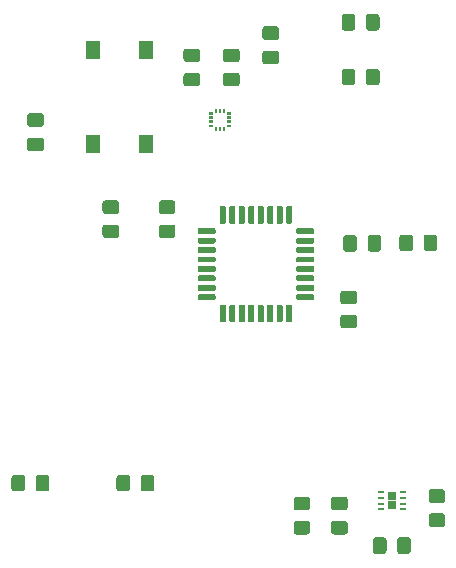
<source format=gtp>
G04 #@! TF.GenerationSoftware,KiCad,Pcbnew,(5.1.5)-3*
G04 #@! TF.CreationDate,2020-03-16T21:34:29+01:00*
G04 #@! TF.ProjectId,ent,656e742e-6b69-4636-9164-5f7063625858,rev?*
G04 #@! TF.SameCoordinates,Original*
G04 #@! TF.FileFunction,Paste,Top*
G04 #@! TF.FilePolarity,Positive*
%FSLAX46Y46*%
G04 Gerber Fmt 4.6, Leading zero omitted, Abs format (unit mm)*
G04 Created by KiCad (PCBNEW (5.1.5)-3) date 2020-03-16 21:34:29*
%MOMM*%
%LPD*%
G04 APERTURE LIST*
%ADD10R,0.500000X0.250000*%
%ADD11R,0.750000X0.650000*%
%ADD12C,0.100000*%
%ADD13R,1.300000X1.550000*%
G04 APERTURE END LIST*
D10*
X217485000Y-102620000D03*
X215585000Y-103120000D03*
X215585000Y-103620000D03*
X217485000Y-103620000D03*
X217485000Y-103120000D03*
X217485000Y-102120000D03*
X215585000Y-102120000D03*
X215585000Y-102620000D03*
D11*
X216535000Y-102470000D03*
X216535000Y-103270000D03*
D12*
G36*
X202905800Y-71037000D02*
G01*
X202905800Y-71237000D01*
X202580800Y-71237000D01*
X202580800Y-71037000D01*
X202905800Y-71037000D01*
G37*
G36*
X202905800Y-70687000D02*
G01*
X202905800Y-70887000D01*
X202580800Y-70887000D01*
X202580800Y-70687000D01*
X202905800Y-70687000D01*
G37*
G36*
X202905800Y-70337000D02*
G01*
X202905800Y-70537000D01*
X202580800Y-70537000D01*
X202580800Y-70337000D01*
X202905800Y-70337000D01*
G37*
G36*
X202905800Y-69987000D02*
G01*
X202905800Y-70187000D01*
X202580800Y-70187000D01*
X202580800Y-69987000D01*
X202905800Y-69987000D01*
G37*
G36*
X202430800Y-69687000D02*
G01*
X202430800Y-70012000D01*
X202230800Y-70012000D01*
X202230800Y-69687000D01*
X202430800Y-69687000D01*
G37*
G36*
X202080800Y-69687000D02*
G01*
X202080800Y-70012000D01*
X201880800Y-70012000D01*
X201880800Y-69687000D01*
X202080800Y-69687000D01*
G37*
G36*
X201730800Y-69687000D02*
G01*
X201730800Y-70012000D01*
X201530800Y-70012000D01*
X201530800Y-69687000D01*
X201730800Y-69687000D01*
G37*
G36*
X201380800Y-69987000D02*
G01*
X201380800Y-70187000D01*
X201055800Y-70187000D01*
X201055800Y-69987000D01*
X201380800Y-69987000D01*
G37*
G36*
X201380800Y-70337000D02*
G01*
X201380800Y-70537000D01*
X201055800Y-70537000D01*
X201055800Y-70337000D01*
X201380800Y-70337000D01*
G37*
G36*
X201380800Y-70687000D02*
G01*
X201380800Y-70887000D01*
X201055800Y-70887000D01*
X201055800Y-70687000D01*
X201380800Y-70687000D01*
G37*
G36*
X201380800Y-71037000D02*
G01*
X201380800Y-71237000D01*
X201055800Y-71237000D01*
X201055800Y-71037000D01*
X201380800Y-71037000D01*
G37*
G36*
X201730800Y-71212000D02*
G01*
X201730800Y-71537000D01*
X201530800Y-71537000D01*
X201530800Y-71212000D01*
X201730800Y-71212000D01*
G37*
G36*
X202080800Y-71212000D02*
G01*
X202080800Y-71537000D01*
X201880800Y-71537000D01*
X201880800Y-71212000D01*
X202080800Y-71212000D01*
G37*
G36*
X202430800Y-71212000D02*
G01*
X202430800Y-71537000D01*
X202230800Y-71537000D01*
X202230800Y-71212000D01*
X202430800Y-71212000D01*
G37*
G36*
X215267905Y-66306404D02*
G01*
X215292173Y-66310004D01*
X215315972Y-66315965D01*
X215339071Y-66324230D01*
X215361250Y-66334720D01*
X215382293Y-66347332D01*
X215401999Y-66361947D01*
X215420177Y-66378423D01*
X215436653Y-66396601D01*
X215451268Y-66416307D01*
X215463880Y-66437350D01*
X215474370Y-66459529D01*
X215482635Y-66482628D01*
X215488596Y-66506427D01*
X215492196Y-66530695D01*
X215493400Y-66555199D01*
X215493400Y-67455201D01*
X215492196Y-67479705D01*
X215488596Y-67503973D01*
X215482635Y-67527772D01*
X215474370Y-67550871D01*
X215463880Y-67573050D01*
X215451268Y-67594093D01*
X215436653Y-67613799D01*
X215420177Y-67631977D01*
X215401999Y-67648453D01*
X215382293Y-67663068D01*
X215361250Y-67675680D01*
X215339071Y-67686170D01*
X215315972Y-67694435D01*
X215292173Y-67700396D01*
X215267905Y-67703996D01*
X215243401Y-67705200D01*
X214593399Y-67705200D01*
X214568895Y-67703996D01*
X214544627Y-67700396D01*
X214520828Y-67694435D01*
X214497729Y-67686170D01*
X214475550Y-67675680D01*
X214454507Y-67663068D01*
X214434801Y-67648453D01*
X214416623Y-67631977D01*
X214400147Y-67613799D01*
X214385532Y-67594093D01*
X214372920Y-67573050D01*
X214362430Y-67550871D01*
X214354165Y-67527772D01*
X214348204Y-67503973D01*
X214344604Y-67479705D01*
X214343400Y-67455201D01*
X214343400Y-66555199D01*
X214344604Y-66530695D01*
X214348204Y-66506427D01*
X214354165Y-66482628D01*
X214362430Y-66459529D01*
X214372920Y-66437350D01*
X214385532Y-66416307D01*
X214400147Y-66396601D01*
X214416623Y-66378423D01*
X214434801Y-66361947D01*
X214454507Y-66347332D01*
X214475550Y-66334720D01*
X214497729Y-66324230D01*
X214520828Y-66315965D01*
X214544627Y-66310004D01*
X214568895Y-66306404D01*
X214593399Y-66305200D01*
X215243401Y-66305200D01*
X215267905Y-66306404D01*
G37*
G36*
X213217905Y-66306404D02*
G01*
X213242173Y-66310004D01*
X213265972Y-66315965D01*
X213289071Y-66324230D01*
X213311250Y-66334720D01*
X213332293Y-66347332D01*
X213351999Y-66361947D01*
X213370177Y-66378423D01*
X213386653Y-66396601D01*
X213401268Y-66416307D01*
X213413880Y-66437350D01*
X213424370Y-66459529D01*
X213432635Y-66482628D01*
X213438596Y-66506427D01*
X213442196Y-66530695D01*
X213443400Y-66555199D01*
X213443400Y-67455201D01*
X213442196Y-67479705D01*
X213438596Y-67503973D01*
X213432635Y-67527772D01*
X213424370Y-67550871D01*
X213413880Y-67573050D01*
X213401268Y-67594093D01*
X213386653Y-67613799D01*
X213370177Y-67631977D01*
X213351999Y-67648453D01*
X213332293Y-67663068D01*
X213311250Y-67675680D01*
X213289071Y-67686170D01*
X213265972Y-67694435D01*
X213242173Y-67700396D01*
X213217905Y-67703996D01*
X213193401Y-67705200D01*
X212543399Y-67705200D01*
X212518895Y-67703996D01*
X212494627Y-67700396D01*
X212470828Y-67694435D01*
X212447729Y-67686170D01*
X212425550Y-67675680D01*
X212404507Y-67663068D01*
X212384801Y-67648453D01*
X212366623Y-67631977D01*
X212350147Y-67613799D01*
X212335532Y-67594093D01*
X212322920Y-67573050D01*
X212312430Y-67550871D01*
X212304165Y-67527772D01*
X212298204Y-67503973D01*
X212294604Y-67479705D01*
X212293400Y-67455201D01*
X212293400Y-66555199D01*
X212294604Y-66530695D01*
X212298204Y-66506427D01*
X212304165Y-66482628D01*
X212312430Y-66459529D01*
X212322920Y-66437350D01*
X212335532Y-66416307D01*
X212350147Y-66396601D01*
X212366623Y-66378423D01*
X212384801Y-66361947D01*
X212404507Y-66347332D01*
X212425550Y-66334720D01*
X212447729Y-66324230D01*
X212470828Y-66315965D01*
X212494627Y-66310004D01*
X212518895Y-66306404D01*
X212543399Y-66305200D01*
X213193401Y-66305200D01*
X213217905Y-66306404D01*
G37*
G36*
X194142505Y-100698004D02*
G01*
X194166773Y-100701604D01*
X194190572Y-100707565D01*
X194213671Y-100715830D01*
X194235850Y-100726320D01*
X194256893Y-100738932D01*
X194276599Y-100753547D01*
X194294777Y-100770023D01*
X194311253Y-100788201D01*
X194325868Y-100807907D01*
X194338480Y-100828950D01*
X194348970Y-100851129D01*
X194357235Y-100874228D01*
X194363196Y-100898027D01*
X194366796Y-100922295D01*
X194368000Y-100946799D01*
X194368000Y-101846801D01*
X194366796Y-101871305D01*
X194363196Y-101895573D01*
X194357235Y-101919372D01*
X194348970Y-101942471D01*
X194338480Y-101964650D01*
X194325868Y-101985693D01*
X194311253Y-102005399D01*
X194294777Y-102023577D01*
X194276599Y-102040053D01*
X194256893Y-102054668D01*
X194235850Y-102067280D01*
X194213671Y-102077770D01*
X194190572Y-102086035D01*
X194166773Y-102091996D01*
X194142505Y-102095596D01*
X194118001Y-102096800D01*
X193467999Y-102096800D01*
X193443495Y-102095596D01*
X193419227Y-102091996D01*
X193395428Y-102086035D01*
X193372329Y-102077770D01*
X193350150Y-102067280D01*
X193329107Y-102054668D01*
X193309401Y-102040053D01*
X193291223Y-102023577D01*
X193274747Y-102005399D01*
X193260132Y-101985693D01*
X193247520Y-101964650D01*
X193237030Y-101942471D01*
X193228765Y-101919372D01*
X193222804Y-101895573D01*
X193219204Y-101871305D01*
X193218000Y-101846801D01*
X193218000Y-100946799D01*
X193219204Y-100922295D01*
X193222804Y-100898027D01*
X193228765Y-100874228D01*
X193237030Y-100851129D01*
X193247520Y-100828950D01*
X193260132Y-100807907D01*
X193274747Y-100788201D01*
X193291223Y-100770023D01*
X193309401Y-100753547D01*
X193329107Y-100738932D01*
X193350150Y-100726320D01*
X193372329Y-100715830D01*
X193395428Y-100707565D01*
X193419227Y-100701604D01*
X193443495Y-100698004D01*
X193467999Y-100696800D01*
X194118001Y-100696800D01*
X194142505Y-100698004D01*
G37*
G36*
X196192505Y-100698004D02*
G01*
X196216773Y-100701604D01*
X196240572Y-100707565D01*
X196263671Y-100715830D01*
X196285850Y-100726320D01*
X196306893Y-100738932D01*
X196326599Y-100753547D01*
X196344777Y-100770023D01*
X196361253Y-100788201D01*
X196375868Y-100807907D01*
X196388480Y-100828950D01*
X196398970Y-100851129D01*
X196407235Y-100874228D01*
X196413196Y-100898027D01*
X196416796Y-100922295D01*
X196418000Y-100946799D01*
X196418000Y-101846801D01*
X196416796Y-101871305D01*
X196413196Y-101895573D01*
X196407235Y-101919372D01*
X196398970Y-101942471D01*
X196388480Y-101964650D01*
X196375868Y-101985693D01*
X196361253Y-102005399D01*
X196344777Y-102023577D01*
X196326599Y-102040053D01*
X196306893Y-102054668D01*
X196285850Y-102067280D01*
X196263671Y-102077770D01*
X196240572Y-102086035D01*
X196216773Y-102091996D01*
X196192505Y-102095596D01*
X196168001Y-102096800D01*
X195517999Y-102096800D01*
X195493495Y-102095596D01*
X195469227Y-102091996D01*
X195445428Y-102086035D01*
X195422329Y-102077770D01*
X195400150Y-102067280D01*
X195379107Y-102054668D01*
X195359401Y-102040053D01*
X195341223Y-102023577D01*
X195324747Y-102005399D01*
X195310132Y-101985693D01*
X195297520Y-101964650D01*
X195287030Y-101942471D01*
X195278765Y-101919372D01*
X195272804Y-101895573D01*
X195269204Y-101871305D01*
X195268000Y-101846801D01*
X195268000Y-100946799D01*
X195269204Y-100922295D01*
X195272804Y-100898027D01*
X195278765Y-100874228D01*
X195287030Y-100851129D01*
X195297520Y-100828950D01*
X195310132Y-100807907D01*
X195324747Y-100788201D01*
X195341223Y-100770023D01*
X195359401Y-100753547D01*
X195379107Y-100738932D01*
X195400150Y-100726320D01*
X195422329Y-100715830D01*
X195445428Y-100707565D01*
X195469227Y-100701604D01*
X195493495Y-100698004D01*
X195517999Y-100696800D01*
X196168001Y-100696800D01*
X196192505Y-100698004D01*
G37*
G36*
X185252505Y-100698004D02*
G01*
X185276773Y-100701604D01*
X185300572Y-100707565D01*
X185323671Y-100715830D01*
X185345850Y-100726320D01*
X185366893Y-100738932D01*
X185386599Y-100753547D01*
X185404777Y-100770023D01*
X185421253Y-100788201D01*
X185435868Y-100807907D01*
X185448480Y-100828950D01*
X185458970Y-100851129D01*
X185467235Y-100874228D01*
X185473196Y-100898027D01*
X185476796Y-100922295D01*
X185478000Y-100946799D01*
X185478000Y-101846801D01*
X185476796Y-101871305D01*
X185473196Y-101895573D01*
X185467235Y-101919372D01*
X185458970Y-101942471D01*
X185448480Y-101964650D01*
X185435868Y-101985693D01*
X185421253Y-102005399D01*
X185404777Y-102023577D01*
X185386599Y-102040053D01*
X185366893Y-102054668D01*
X185345850Y-102067280D01*
X185323671Y-102077770D01*
X185300572Y-102086035D01*
X185276773Y-102091996D01*
X185252505Y-102095596D01*
X185228001Y-102096800D01*
X184577999Y-102096800D01*
X184553495Y-102095596D01*
X184529227Y-102091996D01*
X184505428Y-102086035D01*
X184482329Y-102077770D01*
X184460150Y-102067280D01*
X184439107Y-102054668D01*
X184419401Y-102040053D01*
X184401223Y-102023577D01*
X184384747Y-102005399D01*
X184370132Y-101985693D01*
X184357520Y-101964650D01*
X184347030Y-101942471D01*
X184338765Y-101919372D01*
X184332804Y-101895573D01*
X184329204Y-101871305D01*
X184328000Y-101846801D01*
X184328000Y-100946799D01*
X184329204Y-100922295D01*
X184332804Y-100898027D01*
X184338765Y-100874228D01*
X184347030Y-100851129D01*
X184357520Y-100828950D01*
X184370132Y-100807907D01*
X184384747Y-100788201D01*
X184401223Y-100770023D01*
X184419401Y-100753547D01*
X184439107Y-100738932D01*
X184460150Y-100726320D01*
X184482329Y-100715830D01*
X184505428Y-100707565D01*
X184529227Y-100701604D01*
X184553495Y-100698004D01*
X184577999Y-100696800D01*
X185228001Y-100696800D01*
X185252505Y-100698004D01*
G37*
G36*
X187302505Y-100698004D02*
G01*
X187326773Y-100701604D01*
X187350572Y-100707565D01*
X187373671Y-100715830D01*
X187395850Y-100726320D01*
X187416893Y-100738932D01*
X187436599Y-100753547D01*
X187454777Y-100770023D01*
X187471253Y-100788201D01*
X187485868Y-100807907D01*
X187498480Y-100828950D01*
X187508970Y-100851129D01*
X187517235Y-100874228D01*
X187523196Y-100898027D01*
X187526796Y-100922295D01*
X187528000Y-100946799D01*
X187528000Y-101846801D01*
X187526796Y-101871305D01*
X187523196Y-101895573D01*
X187517235Y-101919372D01*
X187508970Y-101942471D01*
X187498480Y-101964650D01*
X187485868Y-101985693D01*
X187471253Y-102005399D01*
X187454777Y-102023577D01*
X187436599Y-102040053D01*
X187416893Y-102054668D01*
X187395850Y-102067280D01*
X187373671Y-102077770D01*
X187350572Y-102086035D01*
X187326773Y-102091996D01*
X187302505Y-102095596D01*
X187278001Y-102096800D01*
X186627999Y-102096800D01*
X186603495Y-102095596D01*
X186579227Y-102091996D01*
X186555428Y-102086035D01*
X186532329Y-102077770D01*
X186510150Y-102067280D01*
X186489107Y-102054668D01*
X186469401Y-102040053D01*
X186451223Y-102023577D01*
X186434747Y-102005399D01*
X186420132Y-101985693D01*
X186407520Y-101964650D01*
X186397030Y-101942471D01*
X186388765Y-101919372D01*
X186382804Y-101895573D01*
X186379204Y-101871305D01*
X186378000Y-101846801D01*
X186378000Y-100946799D01*
X186379204Y-100922295D01*
X186382804Y-100898027D01*
X186388765Y-100874228D01*
X186397030Y-100851129D01*
X186407520Y-100828950D01*
X186420132Y-100807907D01*
X186434747Y-100788201D01*
X186451223Y-100770023D01*
X186469401Y-100753547D01*
X186489107Y-100738932D01*
X186510150Y-100726320D01*
X186532329Y-100715830D01*
X186555428Y-100707565D01*
X186579227Y-100701604D01*
X186603495Y-100698004D01*
X186627999Y-100696800D01*
X187278001Y-100696800D01*
X187302505Y-100698004D01*
G37*
G36*
X220819505Y-103956204D02*
G01*
X220843773Y-103959804D01*
X220867572Y-103965765D01*
X220890671Y-103974030D01*
X220912850Y-103984520D01*
X220933893Y-103997132D01*
X220953599Y-104011747D01*
X220971777Y-104028223D01*
X220988253Y-104046401D01*
X221002868Y-104066107D01*
X221015480Y-104087150D01*
X221025970Y-104109329D01*
X221034235Y-104132428D01*
X221040196Y-104156227D01*
X221043796Y-104180495D01*
X221045000Y-104204999D01*
X221045000Y-104855001D01*
X221043796Y-104879505D01*
X221040196Y-104903773D01*
X221034235Y-104927572D01*
X221025970Y-104950671D01*
X221015480Y-104972850D01*
X221002868Y-104993893D01*
X220988253Y-105013599D01*
X220971777Y-105031777D01*
X220953599Y-105048253D01*
X220933893Y-105062868D01*
X220912850Y-105075480D01*
X220890671Y-105085970D01*
X220867572Y-105094235D01*
X220843773Y-105100196D01*
X220819505Y-105103796D01*
X220795001Y-105105000D01*
X219894999Y-105105000D01*
X219870495Y-105103796D01*
X219846227Y-105100196D01*
X219822428Y-105094235D01*
X219799329Y-105085970D01*
X219777150Y-105075480D01*
X219756107Y-105062868D01*
X219736401Y-105048253D01*
X219718223Y-105031777D01*
X219701747Y-105013599D01*
X219687132Y-104993893D01*
X219674520Y-104972850D01*
X219664030Y-104950671D01*
X219655765Y-104927572D01*
X219649804Y-104903773D01*
X219646204Y-104879505D01*
X219645000Y-104855001D01*
X219645000Y-104204999D01*
X219646204Y-104180495D01*
X219649804Y-104156227D01*
X219655765Y-104132428D01*
X219664030Y-104109329D01*
X219674520Y-104087150D01*
X219687132Y-104066107D01*
X219701747Y-104046401D01*
X219718223Y-104028223D01*
X219736401Y-104011747D01*
X219756107Y-103997132D01*
X219777150Y-103984520D01*
X219799329Y-103974030D01*
X219822428Y-103965765D01*
X219846227Y-103959804D01*
X219870495Y-103956204D01*
X219894999Y-103955000D01*
X220795001Y-103955000D01*
X220819505Y-103956204D01*
G37*
G36*
X220819505Y-101906204D02*
G01*
X220843773Y-101909804D01*
X220867572Y-101915765D01*
X220890671Y-101924030D01*
X220912850Y-101934520D01*
X220933893Y-101947132D01*
X220953599Y-101961747D01*
X220971777Y-101978223D01*
X220988253Y-101996401D01*
X221002868Y-102016107D01*
X221015480Y-102037150D01*
X221025970Y-102059329D01*
X221034235Y-102082428D01*
X221040196Y-102106227D01*
X221043796Y-102130495D01*
X221045000Y-102154999D01*
X221045000Y-102805001D01*
X221043796Y-102829505D01*
X221040196Y-102853773D01*
X221034235Y-102877572D01*
X221025970Y-102900671D01*
X221015480Y-102922850D01*
X221002868Y-102943893D01*
X220988253Y-102963599D01*
X220971777Y-102981777D01*
X220953599Y-102998253D01*
X220933893Y-103012868D01*
X220912850Y-103025480D01*
X220890671Y-103035970D01*
X220867572Y-103044235D01*
X220843773Y-103050196D01*
X220819505Y-103053796D01*
X220795001Y-103055000D01*
X219894999Y-103055000D01*
X219870495Y-103053796D01*
X219846227Y-103050196D01*
X219822428Y-103044235D01*
X219799329Y-103035970D01*
X219777150Y-103025480D01*
X219756107Y-103012868D01*
X219736401Y-102998253D01*
X219718223Y-102981777D01*
X219701747Y-102963599D01*
X219687132Y-102943893D01*
X219674520Y-102922850D01*
X219664030Y-102900671D01*
X219655765Y-102877572D01*
X219649804Y-102853773D01*
X219646204Y-102829505D01*
X219645000Y-102805001D01*
X219645000Y-102154999D01*
X219646204Y-102130495D01*
X219649804Y-102106227D01*
X219655765Y-102082428D01*
X219664030Y-102059329D01*
X219674520Y-102037150D01*
X219687132Y-102016107D01*
X219701747Y-101996401D01*
X219718223Y-101978223D01*
X219736401Y-101961747D01*
X219756107Y-101947132D01*
X219777150Y-101934520D01*
X219799329Y-101924030D01*
X219822428Y-101915765D01*
X219846227Y-101909804D01*
X219870495Y-101906204D01*
X219894999Y-101905000D01*
X220795001Y-101905000D01*
X220819505Y-101906204D01*
G37*
G36*
X215859505Y-105981204D02*
G01*
X215883773Y-105984804D01*
X215907572Y-105990765D01*
X215930671Y-105999030D01*
X215952850Y-106009520D01*
X215973893Y-106022132D01*
X215993599Y-106036747D01*
X216011777Y-106053223D01*
X216028253Y-106071401D01*
X216042868Y-106091107D01*
X216055480Y-106112150D01*
X216065970Y-106134329D01*
X216074235Y-106157428D01*
X216080196Y-106181227D01*
X216083796Y-106205495D01*
X216085000Y-106229999D01*
X216085000Y-107130001D01*
X216083796Y-107154505D01*
X216080196Y-107178773D01*
X216074235Y-107202572D01*
X216065970Y-107225671D01*
X216055480Y-107247850D01*
X216042868Y-107268893D01*
X216028253Y-107288599D01*
X216011777Y-107306777D01*
X215993599Y-107323253D01*
X215973893Y-107337868D01*
X215952850Y-107350480D01*
X215930671Y-107360970D01*
X215907572Y-107369235D01*
X215883773Y-107375196D01*
X215859505Y-107378796D01*
X215835001Y-107380000D01*
X215184999Y-107380000D01*
X215160495Y-107378796D01*
X215136227Y-107375196D01*
X215112428Y-107369235D01*
X215089329Y-107360970D01*
X215067150Y-107350480D01*
X215046107Y-107337868D01*
X215026401Y-107323253D01*
X215008223Y-107306777D01*
X214991747Y-107288599D01*
X214977132Y-107268893D01*
X214964520Y-107247850D01*
X214954030Y-107225671D01*
X214945765Y-107202572D01*
X214939804Y-107178773D01*
X214936204Y-107154505D01*
X214935000Y-107130001D01*
X214935000Y-106229999D01*
X214936204Y-106205495D01*
X214939804Y-106181227D01*
X214945765Y-106157428D01*
X214954030Y-106134329D01*
X214964520Y-106112150D01*
X214977132Y-106091107D01*
X214991747Y-106071401D01*
X215008223Y-106053223D01*
X215026401Y-106036747D01*
X215046107Y-106022132D01*
X215067150Y-106009520D01*
X215089329Y-105999030D01*
X215112428Y-105990765D01*
X215136227Y-105984804D01*
X215160495Y-105981204D01*
X215184999Y-105980000D01*
X215835001Y-105980000D01*
X215859505Y-105981204D01*
G37*
G36*
X217909505Y-105981204D02*
G01*
X217933773Y-105984804D01*
X217957572Y-105990765D01*
X217980671Y-105999030D01*
X218002850Y-106009520D01*
X218023893Y-106022132D01*
X218043599Y-106036747D01*
X218061777Y-106053223D01*
X218078253Y-106071401D01*
X218092868Y-106091107D01*
X218105480Y-106112150D01*
X218115970Y-106134329D01*
X218124235Y-106157428D01*
X218130196Y-106181227D01*
X218133796Y-106205495D01*
X218135000Y-106229999D01*
X218135000Y-107130001D01*
X218133796Y-107154505D01*
X218130196Y-107178773D01*
X218124235Y-107202572D01*
X218115970Y-107225671D01*
X218105480Y-107247850D01*
X218092868Y-107268893D01*
X218078253Y-107288599D01*
X218061777Y-107306777D01*
X218043599Y-107323253D01*
X218023893Y-107337868D01*
X218002850Y-107350480D01*
X217980671Y-107360970D01*
X217957572Y-107369235D01*
X217933773Y-107375196D01*
X217909505Y-107378796D01*
X217885001Y-107380000D01*
X217234999Y-107380000D01*
X217210495Y-107378796D01*
X217186227Y-107375196D01*
X217162428Y-107369235D01*
X217139329Y-107360970D01*
X217117150Y-107350480D01*
X217096107Y-107337868D01*
X217076401Y-107323253D01*
X217058223Y-107306777D01*
X217041747Y-107288599D01*
X217027132Y-107268893D01*
X217014520Y-107247850D01*
X217004030Y-107225671D01*
X216995765Y-107202572D01*
X216989804Y-107178773D01*
X216986204Y-107154505D01*
X216985000Y-107130001D01*
X216985000Y-106229999D01*
X216986204Y-106205495D01*
X216989804Y-106181227D01*
X216995765Y-106157428D01*
X217004030Y-106134329D01*
X217014520Y-106112150D01*
X217027132Y-106091107D01*
X217041747Y-106071401D01*
X217058223Y-106053223D01*
X217076401Y-106036747D01*
X217096107Y-106022132D01*
X217117150Y-106009520D01*
X217139329Y-105999030D01*
X217162428Y-105990765D01*
X217186227Y-105984804D01*
X217210495Y-105981204D01*
X217234999Y-105980000D01*
X217885001Y-105980000D01*
X217909505Y-105981204D01*
G37*
G36*
X203420505Y-64593604D02*
G01*
X203444773Y-64597204D01*
X203468572Y-64603165D01*
X203491671Y-64611430D01*
X203513850Y-64621920D01*
X203534893Y-64634532D01*
X203554599Y-64649147D01*
X203572777Y-64665623D01*
X203589253Y-64683801D01*
X203603868Y-64703507D01*
X203616480Y-64724550D01*
X203626970Y-64746729D01*
X203635235Y-64769828D01*
X203641196Y-64793627D01*
X203644796Y-64817895D01*
X203646000Y-64842399D01*
X203646000Y-65492401D01*
X203644796Y-65516905D01*
X203641196Y-65541173D01*
X203635235Y-65564972D01*
X203626970Y-65588071D01*
X203616480Y-65610250D01*
X203603868Y-65631293D01*
X203589253Y-65650999D01*
X203572777Y-65669177D01*
X203554599Y-65685653D01*
X203534893Y-65700268D01*
X203513850Y-65712880D01*
X203491671Y-65723370D01*
X203468572Y-65731635D01*
X203444773Y-65737596D01*
X203420505Y-65741196D01*
X203396001Y-65742400D01*
X202495999Y-65742400D01*
X202471495Y-65741196D01*
X202447227Y-65737596D01*
X202423428Y-65731635D01*
X202400329Y-65723370D01*
X202378150Y-65712880D01*
X202357107Y-65700268D01*
X202337401Y-65685653D01*
X202319223Y-65669177D01*
X202302747Y-65650999D01*
X202288132Y-65631293D01*
X202275520Y-65610250D01*
X202265030Y-65588071D01*
X202256765Y-65564972D01*
X202250804Y-65541173D01*
X202247204Y-65516905D01*
X202246000Y-65492401D01*
X202246000Y-64842399D01*
X202247204Y-64817895D01*
X202250804Y-64793627D01*
X202256765Y-64769828D01*
X202265030Y-64746729D01*
X202275520Y-64724550D01*
X202288132Y-64703507D01*
X202302747Y-64683801D01*
X202319223Y-64665623D01*
X202337401Y-64649147D01*
X202357107Y-64634532D01*
X202378150Y-64621920D01*
X202400329Y-64611430D01*
X202423428Y-64603165D01*
X202447227Y-64597204D01*
X202471495Y-64593604D01*
X202495999Y-64592400D01*
X203396001Y-64592400D01*
X203420505Y-64593604D01*
G37*
G36*
X203420505Y-66643604D02*
G01*
X203444773Y-66647204D01*
X203468572Y-66653165D01*
X203491671Y-66661430D01*
X203513850Y-66671920D01*
X203534893Y-66684532D01*
X203554599Y-66699147D01*
X203572777Y-66715623D01*
X203589253Y-66733801D01*
X203603868Y-66753507D01*
X203616480Y-66774550D01*
X203626970Y-66796729D01*
X203635235Y-66819828D01*
X203641196Y-66843627D01*
X203644796Y-66867895D01*
X203646000Y-66892399D01*
X203646000Y-67542401D01*
X203644796Y-67566905D01*
X203641196Y-67591173D01*
X203635235Y-67614972D01*
X203626970Y-67638071D01*
X203616480Y-67660250D01*
X203603868Y-67681293D01*
X203589253Y-67700999D01*
X203572777Y-67719177D01*
X203554599Y-67735653D01*
X203534893Y-67750268D01*
X203513850Y-67762880D01*
X203491671Y-67773370D01*
X203468572Y-67781635D01*
X203444773Y-67787596D01*
X203420505Y-67791196D01*
X203396001Y-67792400D01*
X202495999Y-67792400D01*
X202471495Y-67791196D01*
X202447227Y-67787596D01*
X202423428Y-67781635D01*
X202400329Y-67773370D01*
X202378150Y-67762880D01*
X202357107Y-67750268D01*
X202337401Y-67735653D01*
X202319223Y-67719177D01*
X202302747Y-67700999D01*
X202288132Y-67681293D01*
X202275520Y-67660250D01*
X202265030Y-67638071D01*
X202256765Y-67614972D01*
X202250804Y-67591173D01*
X202247204Y-67566905D01*
X202246000Y-67542401D01*
X202246000Y-66892399D01*
X202247204Y-66867895D01*
X202250804Y-66843627D01*
X202256765Y-66819828D01*
X202265030Y-66796729D01*
X202275520Y-66774550D01*
X202288132Y-66753507D01*
X202302747Y-66733801D01*
X202319223Y-66715623D01*
X202337401Y-66699147D01*
X202357107Y-66684532D01*
X202378150Y-66671920D01*
X202400329Y-66661430D01*
X202423428Y-66653165D01*
X202447227Y-66647204D01*
X202471495Y-66643604D01*
X202495999Y-66642400D01*
X203396001Y-66642400D01*
X203420505Y-66643604D01*
G37*
G36*
X200067705Y-64593604D02*
G01*
X200091973Y-64597204D01*
X200115772Y-64603165D01*
X200138871Y-64611430D01*
X200161050Y-64621920D01*
X200182093Y-64634532D01*
X200201799Y-64649147D01*
X200219977Y-64665623D01*
X200236453Y-64683801D01*
X200251068Y-64703507D01*
X200263680Y-64724550D01*
X200274170Y-64746729D01*
X200282435Y-64769828D01*
X200288396Y-64793627D01*
X200291996Y-64817895D01*
X200293200Y-64842399D01*
X200293200Y-65492401D01*
X200291996Y-65516905D01*
X200288396Y-65541173D01*
X200282435Y-65564972D01*
X200274170Y-65588071D01*
X200263680Y-65610250D01*
X200251068Y-65631293D01*
X200236453Y-65650999D01*
X200219977Y-65669177D01*
X200201799Y-65685653D01*
X200182093Y-65700268D01*
X200161050Y-65712880D01*
X200138871Y-65723370D01*
X200115772Y-65731635D01*
X200091973Y-65737596D01*
X200067705Y-65741196D01*
X200043201Y-65742400D01*
X199143199Y-65742400D01*
X199118695Y-65741196D01*
X199094427Y-65737596D01*
X199070628Y-65731635D01*
X199047529Y-65723370D01*
X199025350Y-65712880D01*
X199004307Y-65700268D01*
X198984601Y-65685653D01*
X198966423Y-65669177D01*
X198949947Y-65650999D01*
X198935332Y-65631293D01*
X198922720Y-65610250D01*
X198912230Y-65588071D01*
X198903965Y-65564972D01*
X198898004Y-65541173D01*
X198894404Y-65516905D01*
X198893200Y-65492401D01*
X198893200Y-64842399D01*
X198894404Y-64817895D01*
X198898004Y-64793627D01*
X198903965Y-64769828D01*
X198912230Y-64746729D01*
X198922720Y-64724550D01*
X198935332Y-64703507D01*
X198949947Y-64683801D01*
X198966423Y-64665623D01*
X198984601Y-64649147D01*
X199004307Y-64634532D01*
X199025350Y-64621920D01*
X199047529Y-64611430D01*
X199070628Y-64603165D01*
X199094427Y-64597204D01*
X199118695Y-64593604D01*
X199143199Y-64592400D01*
X200043201Y-64592400D01*
X200067705Y-64593604D01*
G37*
G36*
X200067705Y-66643604D02*
G01*
X200091973Y-66647204D01*
X200115772Y-66653165D01*
X200138871Y-66661430D01*
X200161050Y-66671920D01*
X200182093Y-66684532D01*
X200201799Y-66699147D01*
X200219977Y-66715623D01*
X200236453Y-66733801D01*
X200251068Y-66753507D01*
X200263680Y-66774550D01*
X200274170Y-66796729D01*
X200282435Y-66819828D01*
X200288396Y-66843627D01*
X200291996Y-66867895D01*
X200293200Y-66892399D01*
X200293200Y-67542401D01*
X200291996Y-67566905D01*
X200288396Y-67591173D01*
X200282435Y-67614972D01*
X200274170Y-67638071D01*
X200263680Y-67660250D01*
X200251068Y-67681293D01*
X200236453Y-67700999D01*
X200219977Y-67719177D01*
X200201799Y-67735653D01*
X200182093Y-67750268D01*
X200161050Y-67762880D01*
X200138871Y-67773370D01*
X200115772Y-67781635D01*
X200091973Y-67787596D01*
X200067705Y-67791196D01*
X200043201Y-67792400D01*
X199143199Y-67792400D01*
X199118695Y-67791196D01*
X199094427Y-67787596D01*
X199070628Y-67781635D01*
X199047529Y-67773370D01*
X199025350Y-67762880D01*
X199004307Y-67750268D01*
X198984601Y-67735653D01*
X198966423Y-67719177D01*
X198949947Y-67700999D01*
X198935332Y-67681293D01*
X198922720Y-67660250D01*
X198912230Y-67638071D01*
X198903965Y-67614972D01*
X198898004Y-67591173D01*
X198894404Y-67566905D01*
X198893200Y-67542401D01*
X198893200Y-66892399D01*
X198894404Y-66867895D01*
X198898004Y-66843627D01*
X198903965Y-66819828D01*
X198912230Y-66796729D01*
X198922720Y-66774550D01*
X198935332Y-66753507D01*
X198949947Y-66733801D01*
X198966423Y-66715623D01*
X198984601Y-66699147D01*
X199004307Y-66684532D01*
X199025350Y-66671920D01*
X199047529Y-66661430D01*
X199070628Y-66653165D01*
X199094427Y-66647204D01*
X199118695Y-66643604D01*
X199143199Y-66642400D01*
X200043201Y-66642400D01*
X200067705Y-66643604D01*
G37*
G36*
X186834305Y-72130004D02*
G01*
X186858573Y-72133604D01*
X186882372Y-72139565D01*
X186905471Y-72147830D01*
X186927650Y-72158320D01*
X186948693Y-72170932D01*
X186968399Y-72185547D01*
X186986577Y-72202023D01*
X187003053Y-72220201D01*
X187017668Y-72239907D01*
X187030280Y-72260950D01*
X187040770Y-72283129D01*
X187049035Y-72306228D01*
X187054996Y-72330027D01*
X187058596Y-72354295D01*
X187059800Y-72378799D01*
X187059800Y-73028801D01*
X187058596Y-73053305D01*
X187054996Y-73077573D01*
X187049035Y-73101372D01*
X187040770Y-73124471D01*
X187030280Y-73146650D01*
X187017668Y-73167693D01*
X187003053Y-73187399D01*
X186986577Y-73205577D01*
X186968399Y-73222053D01*
X186948693Y-73236668D01*
X186927650Y-73249280D01*
X186905471Y-73259770D01*
X186882372Y-73268035D01*
X186858573Y-73273996D01*
X186834305Y-73277596D01*
X186809801Y-73278800D01*
X185909799Y-73278800D01*
X185885295Y-73277596D01*
X185861027Y-73273996D01*
X185837228Y-73268035D01*
X185814129Y-73259770D01*
X185791950Y-73249280D01*
X185770907Y-73236668D01*
X185751201Y-73222053D01*
X185733023Y-73205577D01*
X185716547Y-73187399D01*
X185701932Y-73167693D01*
X185689320Y-73146650D01*
X185678830Y-73124471D01*
X185670565Y-73101372D01*
X185664604Y-73077573D01*
X185661004Y-73053305D01*
X185659800Y-73028801D01*
X185659800Y-72378799D01*
X185661004Y-72354295D01*
X185664604Y-72330027D01*
X185670565Y-72306228D01*
X185678830Y-72283129D01*
X185689320Y-72260950D01*
X185701932Y-72239907D01*
X185716547Y-72220201D01*
X185733023Y-72202023D01*
X185751201Y-72185547D01*
X185770907Y-72170932D01*
X185791950Y-72158320D01*
X185814129Y-72147830D01*
X185837228Y-72139565D01*
X185861027Y-72133604D01*
X185885295Y-72130004D01*
X185909799Y-72128800D01*
X186809801Y-72128800D01*
X186834305Y-72130004D01*
G37*
G36*
X186834305Y-70080004D02*
G01*
X186858573Y-70083604D01*
X186882372Y-70089565D01*
X186905471Y-70097830D01*
X186927650Y-70108320D01*
X186948693Y-70120932D01*
X186968399Y-70135547D01*
X186986577Y-70152023D01*
X187003053Y-70170201D01*
X187017668Y-70189907D01*
X187030280Y-70210950D01*
X187040770Y-70233129D01*
X187049035Y-70256228D01*
X187054996Y-70280027D01*
X187058596Y-70304295D01*
X187059800Y-70328799D01*
X187059800Y-70978801D01*
X187058596Y-71003305D01*
X187054996Y-71027573D01*
X187049035Y-71051372D01*
X187040770Y-71074471D01*
X187030280Y-71096650D01*
X187017668Y-71117693D01*
X187003053Y-71137399D01*
X186986577Y-71155577D01*
X186968399Y-71172053D01*
X186948693Y-71186668D01*
X186927650Y-71199280D01*
X186905471Y-71209770D01*
X186882372Y-71218035D01*
X186858573Y-71223996D01*
X186834305Y-71227596D01*
X186809801Y-71228800D01*
X185909799Y-71228800D01*
X185885295Y-71227596D01*
X185861027Y-71223996D01*
X185837228Y-71218035D01*
X185814129Y-71209770D01*
X185791950Y-71199280D01*
X185770907Y-71186668D01*
X185751201Y-71172053D01*
X185733023Y-71155577D01*
X185716547Y-71137399D01*
X185701932Y-71117693D01*
X185689320Y-71096650D01*
X185678830Y-71074471D01*
X185670565Y-71051372D01*
X185664604Y-71027573D01*
X185661004Y-71003305D01*
X185659800Y-70978801D01*
X185659800Y-70328799D01*
X185661004Y-70304295D01*
X185664604Y-70280027D01*
X185670565Y-70256228D01*
X185678830Y-70233129D01*
X185689320Y-70210950D01*
X185701932Y-70189907D01*
X185716547Y-70170201D01*
X185733023Y-70152023D01*
X185751201Y-70135547D01*
X185770907Y-70120932D01*
X185791950Y-70108320D01*
X185814129Y-70097830D01*
X185837228Y-70089565D01*
X185861027Y-70083604D01*
X185885295Y-70080004D01*
X185909799Y-70078800D01*
X186809801Y-70078800D01*
X186834305Y-70080004D01*
G37*
G36*
X193209705Y-79496004D02*
G01*
X193233973Y-79499604D01*
X193257772Y-79505565D01*
X193280871Y-79513830D01*
X193303050Y-79524320D01*
X193324093Y-79536932D01*
X193343799Y-79551547D01*
X193361977Y-79568023D01*
X193378453Y-79586201D01*
X193393068Y-79605907D01*
X193405680Y-79626950D01*
X193416170Y-79649129D01*
X193424435Y-79672228D01*
X193430396Y-79696027D01*
X193433996Y-79720295D01*
X193435200Y-79744799D01*
X193435200Y-80394801D01*
X193433996Y-80419305D01*
X193430396Y-80443573D01*
X193424435Y-80467372D01*
X193416170Y-80490471D01*
X193405680Y-80512650D01*
X193393068Y-80533693D01*
X193378453Y-80553399D01*
X193361977Y-80571577D01*
X193343799Y-80588053D01*
X193324093Y-80602668D01*
X193303050Y-80615280D01*
X193280871Y-80625770D01*
X193257772Y-80634035D01*
X193233973Y-80639996D01*
X193209705Y-80643596D01*
X193185201Y-80644800D01*
X192285199Y-80644800D01*
X192260695Y-80643596D01*
X192236427Y-80639996D01*
X192212628Y-80634035D01*
X192189529Y-80625770D01*
X192167350Y-80615280D01*
X192146307Y-80602668D01*
X192126601Y-80588053D01*
X192108423Y-80571577D01*
X192091947Y-80553399D01*
X192077332Y-80533693D01*
X192064720Y-80512650D01*
X192054230Y-80490471D01*
X192045965Y-80467372D01*
X192040004Y-80443573D01*
X192036404Y-80419305D01*
X192035200Y-80394801D01*
X192035200Y-79744799D01*
X192036404Y-79720295D01*
X192040004Y-79696027D01*
X192045965Y-79672228D01*
X192054230Y-79649129D01*
X192064720Y-79626950D01*
X192077332Y-79605907D01*
X192091947Y-79586201D01*
X192108423Y-79568023D01*
X192126601Y-79551547D01*
X192146307Y-79536932D01*
X192167350Y-79524320D01*
X192189529Y-79513830D01*
X192212628Y-79505565D01*
X192236427Y-79499604D01*
X192260695Y-79496004D01*
X192285199Y-79494800D01*
X193185201Y-79494800D01*
X193209705Y-79496004D01*
G37*
G36*
X193209705Y-77446004D02*
G01*
X193233973Y-77449604D01*
X193257772Y-77455565D01*
X193280871Y-77463830D01*
X193303050Y-77474320D01*
X193324093Y-77486932D01*
X193343799Y-77501547D01*
X193361977Y-77518023D01*
X193378453Y-77536201D01*
X193393068Y-77555907D01*
X193405680Y-77576950D01*
X193416170Y-77599129D01*
X193424435Y-77622228D01*
X193430396Y-77646027D01*
X193433996Y-77670295D01*
X193435200Y-77694799D01*
X193435200Y-78344801D01*
X193433996Y-78369305D01*
X193430396Y-78393573D01*
X193424435Y-78417372D01*
X193416170Y-78440471D01*
X193405680Y-78462650D01*
X193393068Y-78483693D01*
X193378453Y-78503399D01*
X193361977Y-78521577D01*
X193343799Y-78538053D01*
X193324093Y-78552668D01*
X193303050Y-78565280D01*
X193280871Y-78575770D01*
X193257772Y-78584035D01*
X193233973Y-78589996D01*
X193209705Y-78593596D01*
X193185201Y-78594800D01*
X192285199Y-78594800D01*
X192260695Y-78593596D01*
X192236427Y-78589996D01*
X192212628Y-78584035D01*
X192189529Y-78575770D01*
X192167350Y-78565280D01*
X192146307Y-78552668D01*
X192126601Y-78538053D01*
X192108423Y-78521577D01*
X192091947Y-78503399D01*
X192077332Y-78483693D01*
X192064720Y-78462650D01*
X192054230Y-78440471D01*
X192045965Y-78417372D01*
X192040004Y-78393573D01*
X192036404Y-78369305D01*
X192035200Y-78344801D01*
X192035200Y-77694799D01*
X192036404Y-77670295D01*
X192040004Y-77646027D01*
X192045965Y-77622228D01*
X192054230Y-77599129D01*
X192064720Y-77576950D01*
X192077332Y-77555907D01*
X192091947Y-77536201D01*
X192108423Y-77518023D01*
X192126601Y-77501547D01*
X192146307Y-77486932D01*
X192167350Y-77474320D01*
X192189529Y-77463830D01*
X192212628Y-77455565D01*
X192236427Y-77449604D01*
X192260695Y-77446004D01*
X192285199Y-77444800D01*
X193185201Y-77444800D01*
X193209705Y-77446004D01*
G37*
G36*
X213351905Y-87141404D02*
G01*
X213376173Y-87145004D01*
X213399972Y-87150965D01*
X213423071Y-87159230D01*
X213445250Y-87169720D01*
X213466293Y-87182332D01*
X213485999Y-87196947D01*
X213504177Y-87213423D01*
X213520653Y-87231601D01*
X213535268Y-87251307D01*
X213547880Y-87272350D01*
X213558370Y-87294529D01*
X213566635Y-87317628D01*
X213572596Y-87341427D01*
X213576196Y-87365695D01*
X213577400Y-87390199D01*
X213577400Y-88040201D01*
X213576196Y-88064705D01*
X213572596Y-88088973D01*
X213566635Y-88112772D01*
X213558370Y-88135871D01*
X213547880Y-88158050D01*
X213535268Y-88179093D01*
X213520653Y-88198799D01*
X213504177Y-88216977D01*
X213485999Y-88233453D01*
X213466293Y-88248068D01*
X213445250Y-88260680D01*
X213423071Y-88271170D01*
X213399972Y-88279435D01*
X213376173Y-88285396D01*
X213351905Y-88288996D01*
X213327401Y-88290200D01*
X212427399Y-88290200D01*
X212402895Y-88288996D01*
X212378627Y-88285396D01*
X212354828Y-88279435D01*
X212331729Y-88271170D01*
X212309550Y-88260680D01*
X212288507Y-88248068D01*
X212268801Y-88233453D01*
X212250623Y-88216977D01*
X212234147Y-88198799D01*
X212219532Y-88179093D01*
X212206920Y-88158050D01*
X212196430Y-88135871D01*
X212188165Y-88112772D01*
X212182204Y-88088973D01*
X212178604Y-88064705D01*
X212177400Y-88040201D01*
X212177400Y-87390199D01*
X212178604Y-87365695D01*
X212182204Y-87341427D01*
X212188165Y-87317628D01*
X212196430Y-87294529D01*
X212206920Y-87272350D01*
X212219532Y-87251307D01*
X212234147Y-87231601D01*
X212250623Y-87213423D01*
X212268801Y-87196947D01*
X212288507Y-87182332D01*
X212309550Y-87169720D01*
X212331729Y-87159230D01*
X212354828Y-87150965D01*
X212378627Y-87145004D01*
X212402895Y-87141404D01*
X212427399Y-87140200D01*
X213327401Y-87140200D01*
X213351905Y-87141404D01*
G37*
G36*
X213351905Y-85091404D02*
G01*
X213376173Y-85095004D01*
X213399972Y-85100965D01*
X213423071Y-85109230D01*
X213445250Y-85119720D01*
X213466293Y-85132332D01*
X213485999Y-85146947D01*
X213504177Y-85163423D01*
X213520653Y-85181601D01*
X213535268Y-85201307D01*
X213547880Y-85222350D01*
X213558370Y-85244529D01*
X213566635Y-85267628D01*
X213572596Y-85291427D01*
X213576196Y-85315695D01*
X213577400Y-85340199D01*
X213577400Y-85990201D01*
X213576196Y-86014705D01*
X213572596Y-86038973D01*
X213566635Y-86062772D01*
X213558370Y-86085871D01*
X213547880Y-86108050D01*
X213535268Y-86129093D01*
X213520653Y-86148799D01*
X213504177Y-86166977D01*
X213485999Y-86183453D01*
X213466293Y-86198068D01*
X213445250Y-86210680D01*
X213423071Y-86221170D01*
X213399972Y-86229435D01*
X213376173Y-86235396D01*
X213351905Y-86238996D01*
X213327401Y-86240200D01*
X212427399Y-86240200D01*
X212402895Y-86238996D01*
X212378627Y-86235396D01*
X212354828Y-86229435D01*
X212331729Y-86221170D01*
X212309550Y-86210680D01*
X212288507Y-86198068D01*
X212268801Y-86183453D01*
X212250623Y-86166977D01*
X212234147Y-86148799D01*
X212219532Y-86129093D01*
X212206920Y-86108050D01*
X212196430Y-86085871D01*
X212188165Y-86062772D01*
X212182204Y-86038973D01*
X212178604Y-86014705D01*
X212177400Y-85990201D01*
X212177400Y-85340199D01*
X212178604Y-85315695D01*
X212182204Y-85291427D01*
X212188165Y-85267628D01*
X212196430Y-85244529D01*
X212206920Y-85222350D01*
X212219532Y-85201307D01*
X212234147Y-85181601D01*
X212250623Y-85163423D01*
X212268801Y-85146947D01*
X212288507Y-85132332D01*
X212309550Y-85119720D01*
X212331729Y-85109230D01*
X212354828Y-85100965D01*
X212378627Y-85095004D01*
X212402895Y-85091404D01*
X212427399Y-85090200D01*
X213327401Y-85090200D01*
X213351905Y-85091404D01*
G37*
G36*
X197984905Y-79496004D02*
G01*
X198009173Y-79499604D01*
X198032972Y-79505565D01*
X198056071Y-79513830D01*
X198078250Y-79524320D01*
X198099293Y-79536932D01*
X198118999Y-79551547D01*
X198137177Y-79568023D01*
X198153653Y-79586201D01*
X198168268Y-79605907D01*
X198180880Y-79626950D01*
X198191370Y-79649129D01*
X198199635Y-79672228D01*
X198205596Y-79696027D01*
X198209196Y-79720295D01*
X198210400Y-79744799D01*
X198210400Y-80394801D01*
X198209196Y-80419305D01*
X198205596Y-80443573D01*
X198199635Y-80467372D01*
X198191370Y-80490471D01*
X198180880Y-80512650D01*
X198168268Y-80533693D01*
X198153653Y-80553399D01*
X198137177Y-80571577D01*
X198118999Y-80588053D01*
X198099293Y-80602668D01*
X198078250Y-80615280D01*
X198056071Y-80625770D01*
X198032972Y-80634035D01*
X198009173Y-80639996D01*
X197984905Y-80643596D01*
X197960401Y-80644800D01*
X197060399Y-80644800D01*
X197035895Y-80643596D01*
X197011627Y-80639996D01*
X196987828Y-80634035D01*
X196964729Y-80625770D01*
X196942550Y-80615280D01*
X196921507Y-80602668D01*
X196901801Y-80588053D01*
X196883623Y-80571577D01*
X196867147Y-80553399D01*
X196852532Y-80533693D01*
X196839920Y-80512650D01*
X196829430Y-80490471D01*
X196821165Y-80467372D01*
X196815204Y-80443573D01*
X196811604Y-80419305D01*
X196810400Y-80394801D01*
X196810400Y-79744799D01*
X196811604Y-79720295D01*
X196815204Y-79696027D01*
X196821165Y-79672228D01*
X196829430Y-79649129D01*
X196839920Y-79626950D01*
X196852532Y-79605907D01*
X196867147Y-79586201D01*
X196883623Y-79568023D01*
X196901801Y-79551547D01*
X196921507Y-79536932D01*
X196942550Y-79524320D01*
X196964729Y-79513830D01*
X196987828Y-79505565D01*
X197011627Y-79499604D01*
X197035895Y-79496004D01*
X197060399Y-79494800D01*
X197960401Y-79494800D01*
X197984905Y-79496004D01*
G37*
G36*
X197984905Y-77446004D02*
G01*
X198009173Y-77449604D01*
X198032972Y-77455565D01*
X198056071Y-77463830D01*
X198078250Y-77474320D01*
X198099293Y-77486932D01*
X198118999Y-77501547D01*
X198137177Y-77518023D01*
X198153653Y-77536201D01*
X198168268Y-77555907D01*
X198180880Y-77576950D01*
X198191370Y-77599129D01*
X198199635Y-77622228D01*
X198205596Y-77646027D01*
X198209196Y-77670295D01*
X198210400Y-77694799D01*
X198210400Y-78344801D01*
X198209196Y-78369305D01*
X198205596Y-78393573D01*
X198199635Y-78417372D01*
X198191370Y-78440471D01*
X198180880Y-78462650D01*
X198168268Y-78483693D01*
X198153653Y-78503399D01*
X198137177Y-78521577D01*
X198118999Y-78538053D01*
X198099293Y-78552668D01*
X198078250Y-78565280D01*
X198056071Y-78575770D01*
X198032972Y-78584035D01*
X198009173Y-78589996D01*
X197984905Y-78593596D01*
X197960401Y-78594800D01*
X197060399Y-78594800D01*
X197035895Y-78593596D01*
X197011627Y-78589996D01*
X196987828Y-78584035D01*
X196964729Y-78575770D01*
X196942550Y-78565280D01*
X196921507Y-78552668D01*
X196901801Y-78538053D01*
X196883623Y-78521577D01*
X196867147Y-78503399D01*
X196852532Y-78483693D01*
X196839920Y-78462650D01*
X196829430Y-78440471D01*
X196821165Y-78417372D01*
X196815204Y-78393573D01*
X196811604Y-78369305D01*
X196810400Y-78344801D01*
X196810400Y-77694799D01*
X196811604Y-77670295D01*
X196815204Y-77646027D01*
X196821165Y-77622228D01*
X196829430Y-77599129D01*
X196839920Y-77576950D01*
X196852532Y-77555907D01*
X196867147Y-77536201D01*
X196883623Y-77518023D01*
X196901801Y-77501547D01*
X196921507Y-77486932D01*
X196942550Y-77474320D01*
X196964729Y-77463830D01*
X196987828Y-77455565D01*
X197011627Y-77449604D01*
X197035895Y-77446004D01*
X197060399Y-77444800D01*
X197960401Y-77444800D01*
X197984905Y-77446004D01*
G37*
G36*
X212564505Y-102541204D02*
G01*
X212588773Y-102544804D01*
X212612572Y-102550765D01*
X212635671Y-102559030D01*
X212657850Y-102569520D01*
X212678893Y-102582132D01*
X212698599Y-102596747D01*
X212716777Y-102613223D01*
X212733253Y-102631401D01*
X212747868Y-102651107D01*
X212760480Y-102672150D01*
X212770970Y-102694329D01*
X212779235Y-102717428D01*
X212785196Y-102741227D01*
X212788796Y-102765495D01*
X212790000Y-102789999D01*
X212790000Y-103440001D01*
X212788796Y-103464505D01*
X212785196Y-103488773D01*
X212779235Y-103512572D01*
X212770970Y-103535671D01*
X212760480Y-103557850D01*
X212747868Y-103578893D01*
X212733253Y-103598599D01*
X212716777Y-103616777D01*
X212698599Y-103633253D01*
X212678893Y-103647868D01*
X212657850Y-103660480D01*
X212635671Y-103670970D01*
X212612572Y-103679235D01*
X212588773Y-103685196D01*
X212564505Y-103688796D01*
X212540001Y-103690000D01*
X211639999Y-103690000D01*
X211615495Y-103688796D01*
X211591227Y-103685196D01*
X211567428Y-103679235D01*
X211544329Y-103670970D01*
X211522150Y-103660480D01*
X211501107Y-103647868D01*
X211481401Y-103633253D01*
X211463223Y-103616777D01*
X211446747Y-103598599D01*
X211432132Y-103578893D01*
X211419520Y-103557850D01*
X211409030Y-103535671D01*
X211400765Y-103512572D01*
X211394804Y-103488773D01*
X211391204Y-103464505D01*
X211390000Y-103440001D01*
X211390000Y-102789999D01*
X211391204Y-102765495D01*
X211394804Y-102741227D01*
X211400765Y-102717428D01*
X211409030Y-102694329D01*
X211419520Y-102672150D01*
X211432132Y-102651107D01*
X211446747Y-102631401D01*
X211463223Y-102613223D01*
X211481401Y-102596747D01*
X211501107Y-102582132D01*
X211522150Y-102569520D01*
X211544329Y-102559030D01*
X211567428Y-102550765D01*
X211591227Y-102544804D01*
X211615495Y-102541204D01*
X211639999Y-102540000D01*
X212540001Y-102540000D01*
X212564505Y-102541204D01*
G37*
G36*
X212564505Y-104591204D02*
G01*
X212588773Y-104594804D01*
X212612572Y-104600765D01*
X212635671Y-104609030D01*
X212657850Y-104619520D01*
X212678893Y-104632132D01*
X212698599Y-104646747D01*
X212716777Y-104663223D01*
X212733253Y-104681401D01*
X212747868Y-104701107D01*
X212760480Y-104722150D01*
X212770970Y-104744329D01*
X212779235Y-104767428D01*
X212785196Y-104791227D01*
X212788796Y-104815495D01*
X212790000Y-104839999D01*
X212790000Y-105490001D01*
X212788796Y-105514505D01*
X212785196Y-105538773D01*
X212779235Y-105562572D01*
X212770970Y-105585671D01*
X212760480Y-105607850D01*
X212747868Y-105628893D01*
X212733253Y-105648599D01*
X212716777Y-105666777D01*
X212698599Y-105683253D01*
X212678893Y-105697868D01*
X212657850Y-105710480D01*
X212635671Y-105720970D01*
X212612572Y-105729235D01*
X212588773Y-105735196D01*
X212564505Y-105738796D01*
X212540001Y-105740000D01*
X211639999Y-105740000D01*
X211615495Y-105738796D01*
X211591227Y-105735196D01*
X211567428Y-105729235D01*
X211544329Y-105720970D01*
X211522150Y-105710480D01*
X211501107Y-105697868D01*
X211481401Y-105683253D01*
X211463223Y-105666777D01*
X211446747Y-105648599D01*
X211432132Y-105628893D01*
X211419520Y-105607850D01*
X211409030Y-105585671D01*
X211400765Y-105562572D01*
X211394804Y-105538773D01*
X211391204Y-105514505D01*
X211390000Y-105490001D01*
X211390000Y-104839999D01*
X211391204Y-104815495D01*
X211394804Y-104791227D01*
X211400765Y-104767428D01*
X211409030Y-104744329D01*
X211419520Y-104722150D01*
X211432132Y-104701107D01*
X211446747Y-104681401D01*
X211463223Y-104663223D01*
X211481401Y-104646747D01*
X211501107Y-104632132D01*
X211522150Y-104619520D01*
X211544329Y-104609030D01*
X211567428Y-104600765D01*
X211591227Y-104594804D01*
X211615495Y-104591204D01*
X211639999Y-104590000D01*
X212540001Y-104590000D01*
X212564505Y-104591204D01*
G37*
G36*
X209389505Y-104591204D02*
G01*
X209413773Y-104594804D01*
X209437572Y-104600765D01*
X209460671Y-104609030D01*
X209482850Y-104619520D01*
X209503893Y-104632132D01*
X209523599Y-104646747D01*
X209541777Y-104663223D01*
X209558253Y-104681401D01*
X209572868Y-104701107D01*
X209585480Y-104722150D01*
X209595970Y-104744329D01*
X209604235Y-104767428D01*
X209610196Y-104791227D01*
X209613796Y-104815495D01*
X209615000Y-104839999D01*
X209615000Y-105490001D01*
X209613796Y-105514505D01*
X209610196Y-105538773D01*
X209604235Y-105562572D01*
X209595970Y-105585671D01*
X209585480Y-105607850D01*
X209572868Y-105628893D01*
X209558253Y-105648599D01*
X209541777Y-105666777D01*
X209523599Y-105683253D01*
X209503893Y-105697868D01*
X209482850Y-105710480D01*
X209460671Y-105720970D01*
X209437572Y-105729235D01*
X209413773Y-105735196D01*
X209389505Y-105738796D01*
X209365001Y-105740000D01*
X208464999Y-105740000D01*
X208440495Y-105738796D01*
X208416227Y-105735196D01*
X208392428Y-105729235D01*
X208369329Y-105720970D01*
X208347150Y-105710480D01*
X208326107Y-105697868D01*
X208306401Y-105683253D01*
X208288223Y-105666777D01*
X208271747Y-105648599D01*
X208257132Y-105628893D01*
X208244520Y-105607850D01*
X208234030Y-105585671D01*
X208225765Y-105562572D01*
X208219804Y-105538773D01*
X208216204Y-105514505D01*
X208215000Y-105490001D01*
X208215000Y-104839999D01*
X208216204Y-104815495D01*
X208219804Y-104791227D01*
X208225765Y-104767428D01*
X208234030Y-104744329D01*
X208244520Y-104722150D01*
X208257132Y-104701107D01*
X208271747Y-104681401D01*
X208288223Y-104663223D01*
X208306401Y-104646747D01*
X208326107Y-104632132D01*
X208347150Y-104619520D01*
X208369329Y-104609030D01*
X208392428Y-104600765D01*
X208416227Y-104594804D01*
X208440495Y-104591204D01*
X208464999Y-104590000D01*
X209365001Y-104590000D01*
X209389505Y-104591204D01*
G37*
G36*
X209389505Y-102541204D02*
G01*
X209413773Y-102544804D01*
X209437572Y-102550765D01*
X209460671Y-102559030D01*
X209482850Y-102569520D01*
X209503893Y-102582132D01*
X209523599Y-102596747D01*
X209541777Y-102613223D01*
X209558253Y-102631401D01*
X209572868Y-102651107D01*
X209585480Y-102672150D01*
X209595970Y-102694329D01*
X209604235Y-102717428D01*
X209610196Y-102741227D01*
X209613796Y-102765495D01*
X209615000Y-102789999D01*
X209615000Y-103440001D01*
X209613796Y-103464505D01*
X209610196Y-103488773D01*
X209604235Y-103512572D01*
X209595970Y-103535671D01*
X209585480Y-103557850D01*
X209572868Y-103578893D01*
X209558253Y-103598599D01*
X209541777Y-103616777D01*
X209523599Y-103633253D01*
X209503893Y-103647868D01*
X209482850Y-103660480D01*
X209460671Y-103670970D01*
X209437572Y-103679235D01*
X209413773Y-103685196D01*
X209389505Y-103688796D01*
X209365001Y-103690000D01*
X208464999Y-103690000D01*
X208440495Y-103688796D01*
X208416227Y-103685196D01*
X208392428Y-103679235D01*
X208369329Y-103670970D01*
X208347150Y-103660480D01*
X208326107Y-103647868D01*
X208306401Y-103633253D01*
X208288223Y-103616777D01*
X208271747Y-103598599D01*
X208257132Y-103578893D01*
X208244520Y-103557850D01*
X208234030Y-103535671D01*
X208225765Y-103512572D01*
X208219804Y-103488773D01*
X208216204Y-103464505D01*
X208215000Y-103440001D01*
X208215000Y-102789999D01*
X208216204Y-102765495D01*
X208219804Y-102741227D01*
X208225765Y-102717428D01*
X208234030Y-102694329D01*
X208244520Y-102672150D01*
X208257132Y-102651107D01*
X208271747Y-102631401D01*
X208288223Y-102613223D01*
X208306401Y-102596747D01*
X208326107Y-102582132D01*
X208347150Y-102569520D01*
X208369329Y-102559030D01*
X208392428Y-102550765D01*
X208416227Y-102544804D01*
X208440495Y-102541204D01*
X208464999Y-102540000D01*
X209365001Y-102540000D01*
X209389505Y-102541204D01*
G37*
G36*
X206747905Y-62714004D02*
G01*
X206772173Y-62717604D01*
X206795972Y-62723565D01*
X206819071Y-62731830D01*
X206841250Y-62742320D01*
X206862293Y-62754932D01*
X206881999Y-62769547D01*
X206900177Y-62786023D01*
X206916653Y-62804201D01*
X206931268Y-62823907D01*
X206943880Y-62844950D01*
X206954370Y-62867129D01*
X206962635Y-62890228D01*
X206968596Y-62914027D01*
X206972196Y-62938295D01*
X206973400Y-62962799D01*
X206973400Y-63612801D01*
X206972196Y-63637305D01*
X206968596Y-63661573D01*
X206962635Y-63685372D01*
X206954370Y-63708471D01*
X206943880Y-63730650D01*
X206931268Y-63751693D01*
X206916653Y-63771399D01*
X206900177Y-63789577D01*
X206881999Y-63806053D01*
X206862293Y-63820668D01*
X206841250Y-63833280D01*
X206819071Y-63843770D01*
X206795972Y-63852035D01*
X206772173Y-63857996D01*
X206747905Y-63861596D01*
X206723401Y-63862800D01*
X205823399Y-63862800D01*
X205798895Y-63861596D01*
X205774627Y-63857996D01*
X205750828Y-63852035D01*
X205727729Y-63843770D01*
X205705550Y-63833280D01*
X205684507Y-63820668D01*
X205664801Y-63806053D01*
X205646623Y-63789577D01*
X205630147Y-63771399D01*
X205615532Y-63751693D01*
X205602920Y-63730650D01*
X205592430Y-63708471D01*
X205584165Y-63685372D01*
X205578204Y-63661573D01*
X205574604Y-63637305D01*
X205573400Y-63612801D01*
X205573400Y-62962799D01*
X205574604Y-62938295D01*
X205578204Y-62914027D01*
X205584165Y-62890228D01*
X205592430Y-62867129D01*
X205602920Y-62844950D01*
X205615532Y-62823907D01*
X205630147Y-62804201D01*
X205646623Y-62786023D01*
X205664801Y-62769547D01*
X205684507Y-62754932D01*
X205705550Y-62742320D01*
X205727729Y-62731830D01*
X205750828Y-62723565D01*
X205774627Y-62717604D01*
X205798895Y-62714004D01*
X205823399Y-62712800D01*
X206723401Y-62712800D01*
X206747905Y-62714004D01*
G37*
G36*
X206747905Y-64764004D02*
G01*
X206772173Y-64767604D01*
X206795972Y-64773565D01*
X206819071Y-64781830D01*
X206841250Y-64792320D01*
X206862293Y-64804932D01*
X206881999Y-64819547D01*
X206900177Y-64836023D01*
X206916653Y-64854201D01*
X206931268Y-64873907D01*
X206943880Y-64894950D01*
X206954370Y-64917129D01*
X206962635Y-64940228D01*
X206968596Y-64964027D01*
X206972196Y-64988295D01*
X206973400Y-65012799D01*
X206973400Y-65662801D01*
X206972196Y-65687305D01*
X206968596Y-65711573D01*
X206962635Y-65735372D01*
X206954370Y-65758471D01*
X206943880Y-65780650D01*
X206931268Y-65801693D01*
X206916653Y-65821399D01*
X206900177Y-65839577D01*
X206881999Y-65856053D01*
X206862293Y-65870668D01*
X206841250Y-65883280D01*
X206819071Y-65893770D01*
X206795972Y-65902035D01*
X206772173Y-65907996D01*
X206747905Y-65911596D01*
X206723401Y-65912800D01*
X205823399Y-65912800D01*
X205798895Y-65911596D01*
X205774627Y-65907996D01*
X205750828Y-65902035D01*
X205727729Y-65893770D01*
X205705550Y-65883280D01*
X205684507Y-65870668D01*
X205664801Y-65856053D01*
X205646623Y-65839577D01*
X205630147Y-65821399D01*
X205615532Y-65801693D01*
X205602920Y-65780650D01*
X205592430Y-65758471D01*
X205584165Y-65735372D01*
X205578204Y-65711573D01*
X205574604Y-65687305D01*
X205573400Y-65662801D01*
X205573400Y-65012799D01*
X205574604Y-64988295D01*
X205578204Y-64964027D01*
X205584165Y-64940228D01*
X205592430Y-64917129D01*
X205602920Y-64894950D01*
X205615532Y-64873907D01*
X205630147Y-64854201D01*
X205646623Y-64836023D01*
X205664801Y-64819547D01*
X205684507Y-64804932D01*
X205705550Y-64792320D01*
X205727729Y-64781830D01*
X205750828Y-64773565D01*
X205774627Y-64767604D01*
X205798895Y-64764004D01*
X205823399Y-64762800D01*
X206723401Y-64762800D01*
X206747905Y-64764004D01*
G37*
G36*
X213214106Y-61673205D02*
G01*
X213238374Y-61676805D01*
X213262173Y-61682766D01*
X213285272Y-61691031D01*
X213307451Y-61701521D01*
X213328494Y-61714133D01*
X213348200Y-61728748D01*
X213366378Y-61745224D01*
X213382854Y-61763402D01*
X213397469Y-61783108D01*
X213410081Y-61804151D01*
X213420571Y-61826330D01*
X213428836Y-61849429D01*
X213434797Y-61873228D01*
X213438397Y-61897496D01*
X213439601Y-61922000D01*
X213439601Y-62822002D01*
X213438397Y-62846506D01*
X213434797Y-62870774D01*
X213428836Y-62894573D01*
X213420571Y-62917672D01*
X213410081Y-62939851D01*
X213397469Y-62960894D01*
X213382854Y-62980600D01*
X213366378Y-62998778D01*
X213348200Y-63015254D01*
X213328494Y-63029869D01*
X213307451Y-63042481D01*
X213285272Y-63052971D01*
X213262173Y-63061236D01*
X213238374Y-63067197D01*
X213214106Y-63070797D01*
X213189602Y-63072001D01*
X212539600Y-63072001D01*
X212515096Y-63070797D01*
X212490828Y-63067197D01*
X212467029Y-63061236D01*
X212443930Y-63052971D01*
X212421751Y-63042481D01*
X212400708Y-63029869D01*
X212381002Y-63015254D01*
X212362824Y-62998778D01*
X212346348Y-62980600D01*
X212331733Y-62960894D01*
X212319121Y-62939851D01*
X212308631Y-62917672D01*
X212300366Y-62894573D01*
X212294405Y-62870774D01*
X212290805Y-62846506D01*
X212289601Y-62822002D01*
X212289601Y-61922000D01*
X212290805Y-61897496D01*
X212294405Y-61873228D01*
X212300366Y-61849429D01*
X212308631Y-61826330D01*
X212319121Y-61804151D01*
X212331733Y-61783108D01*
X212346348Y-61763402D01*
X212362824Y-61745224D01*
X212381002Y-61728748D01*
X212400708Y-61714133D01*
X212421751Y-61701521D01*
X212443930Y-61691031D01*
X212467029Y-61682766D01*
X212490828Y-61676805D01*
X212515096Y-61673205D01*
X212539600Y-61672001D01*
X213189602Y-61672001D01*
X213214106Y-61673205D01*
G37*
G36*
X215264106Y-61673205D02*
G01*
X215288374Y-61676805D01*
X215312173Y-61682766D01*
X215335272Y-61691031D01*
X215357451Y-61701521D01*
X215378494Y-61714133D01*
X215398200Y-61728748D01*
X215416378Y-61745224D01*
X215432854Y-61763402D01*
X215447469Y-61783108D01*
X215460081Y-61804151D01*
X215470571Y-61826330D01*
X215478836Y-61849429D01*
X215484797Y-61873228D01*
X215488397Y-61897496D01*
X215489601Y-61922000D01*
X215489601Y-62822002D01*
X215488397Y-62846506D01*
X215484797Y-62870774D01*
X215478836Y-62894573D01*
X215470571Y-62917672D01*
X215460081Y-62939851D01*
X215447469Y-62960894D01*
X215432854Y-62980600D01*
X215416378Y-62998778D01*
X215398200Y-63015254D01*
X215378494Y-63029869D01*
X215357451Y-63042481D01*
X215335272Y-63052971D01*
X215312173Y-63061236D01*
X215288374Y-63067197D01*
X215264106Y-63070797D01*
X215239602Y-63072001D01*
X214589600Y-63072001D01*
X214565096Y-63070797D01*
X214540828Y-63067197D01*
X214517029Y-63061236D01*
X214493930Y-63052971D01*
X214471751Y-63042481D01*
X214450708Y-63029869D01*
X214431002Y-63015254D01*
X214412824Y-62998778D01*
X214396348Y-62980600D01*
X214381733Y-62960894D01*
X214369121Y-62939851D01*
X214358631Y-62917672D01*
X214350366Y-62894573D01*
X214344405Y-62870774D01*
X214340805Y-62846506D01*
X214339601Y-62822002D01*
X214339601Y-61922000D01*
X214340805Y-61897496D01*
X214344405Y-61873228D01*
X214350366Y-61849429D01*
X214358631Y-61826330D01*
X214369121Y-61804151D01*
X214381733Y-61783108D01*
X214396348Y-61763402D01*
X214412824Y-61745224D01*
X214431002Y-61728748D01*
X214450708Y-61714133D01*
X214471751Y-61701521D01*
X214493930Y-61691031D01*
X214517029Y-61682766D01*
X214540828Y-61676805D01*
X214565096Y-61673205D01*
X214589600Y-61672001D01*
X215239602Y-61672001D01*
X215264106Y-61673205D01*
G37*
D13*
X191196400Y-64752400D03*
X195696400Y-64752400D03*
X195696400Y-72712400D03*
X191196400Y-72712400D03*
D12*
G36*
X201491052Y-79805402D02*
G01*
X201503186Y-79807202D01*
X201515086Y-79810182D01*
X201526635Y-79814315D01*
X201537725Y-79819560D01*
X201548246Y-79825866D01*
X201558099Y-79833174D01*
X201567188Y-79841412D01*
X201575426Y-79850501D01*
X201582734Y-79860354D01*
X201589040Y-79870875D01*
X201594285Y-79881965D01*
X201598418Y-79893514D01*
X201601398Y-79905414D01*
X201603198Y-79917548D01*
X201603800Y-79929800D01*
X201603800Y-80179800D01*
X201603198Y-80192052D01*
X201601398Y-80204186D01*
X201598418Y-80216086D01*
X201594285Y-80227635D01*
X201589040Y-80238725D01*
X201582734Y-80249246D01*
X201575426Y-80259099D01*
X201567188Y-80268188D01*
X201558099Y-80276426D01*
X201548246Y-80283734D01*
X201537725Y-80290040D01*
X201526635Y-80295285D01*
X201515086Y-80299418D01*
X201503186Y-80302398D01*
X201491052Y-80304198D01*
X201478800Y-80304800D01*
X200228800Y-80304800D01*
X200216548Y-80304198D01*
X200204414Y-80302398D01*
X200192514Y-80299418D01*
X200180965Y-80295285D01*
X200169875Y-80290040D01*
X200159354Y-80283734D01*
X200149501Y-80276426D01*
X200140412Y-80268188D01*
X200132174Y-80259099D01*
X200124866Y-80249246D01*
X200118560Y-80238725D01*
X200113315Y-80227635D01*
X200109182Y-80216086D01*
X200106202Y-80204186D01*
X200104402Y-80192052D01*
X200103800Y-80179800D01*
X200103800Y-79929800D01*
X200104402Y-79917548D01*
X200106202Y-79905414D01*
X200109182Y-79893514D01*
X200113315Y-79881965D01*
X200118560Y-79870875D01*
X200124866Y-79860354D01*
X200132174Y-79850501D01*
X200140412Y-79841412D01*
X200149501Y-79833174D01*
X200159354Y-79825866D01*
X200169875Y-79819560D01*
X200180965Y-79814315D01*
X200192514Y-79810182D01*
X200204414Y-79807202D01*
X200216548Y-79805402D01*
X200228800Y-79804800D01*
X201478800Y-79804800D01*
X201491052Y-79805402D01*
G37*
G36*
X201491052Y-80605402D02*
G01*
X201503186Y-80607202D01*
X201515086Y-80610182D01*
X201526635Y-80614315D01*
X201537725Y-80619560D01*
X201548246Y-80625866D01*
X201558099Y-80633174D01*
X201567188Y-80641412D01*
X201575426Y-80650501D01*
X201582734Y-80660354D01*
X201589040Y-80670875D01*
X201594285Y-80681965D01*
X201598418Y-80693514D01*
X201601398Y-80705414D01*
X201603198Y-80717548D01*
X201603800Y-80729800D01*
X201603800Y-80979800D01*
X201603198Y-80992052D01*
X201601398Y-81004186D01*
X201598418Y-81016086D01*
X201594285Y-81027635D01*
X201589040Y-81038725D01*
X201582734Y-81049246D01*
X201575426Y-81059099D01*
X201567188Y-81068188D01*
X201558099Y-81076426D01*
X201548246Y-81083734D01*
X201537725Y-81090040D01*
X201526635Y-81095285D01*
X201515086Y-81099418D01*
X201503186Y-81102398D01*
X201491052Y-81104198D01*
X201478800Y-81104800D01*
X200228800Y-81104800D01*
X200216548Y-81104198D01*
X200204414Y-81102398D01*
X200192514Y-81099418D01*
X200180965Y-81095285D01*
X200169875Y-81090040D01*
X200159354Y-81083734D01*
X200149501Y-81076426D01*
X200140412Y-81068188D01*
X200132174Y-81059099D01*
X200124866Y-81049246D01*
X200118560Y-81038725D01*
X200113315Y-81027635D01*
X200109182Y-81016086D01*
X200106202Y-81004186D01*
X200104402Y-80992052D01*
X200103800Y-80979800D01*
X200103800Y-80729800D01*
X200104402Y-80717548D01*
X200106202Y-80705414D01*
X200109182Y-80693514D01*
X200113315Y-80681965D01*
X200118560Y-80670875D01*
X200124866Y-80660354D01*
X200132174Y-80650501D01*
X200140412Y-80641412D01*
X200149501Y-80633174D01*
X200159354Y-80625866D01*
X200169875Y-80619560D01*
X200180965Y-80614315D01*
X200192514Y-80610182D01*
X200204414Y-80607202D01*
X200216548Y-80605402D01*
X200228800Y-80604800D01*
X201478800Y-80604800D01*
X201491052Y-80605402D01*
G37*
G36*
X201491052Y-81405402D02*
G01*
X201503186Y-81407202D01*
X201515086Y-81410182D01*
X201526635Y-81414315D01*
X201537725Y-81419560D01*
X201548246Y-81425866D01*
X201558099Y-81433174D01*
X201567188Y-81441412D01*
X201575426Y-81450501D01*
X201582734Y-81460354D01*
X201589040Y-81470875D01*
X201594285Y-81481965D01*
X201598418Y-81493514D01*
X201601398Y-81505414D01*
X201603198Y-81517548D01*
X201603800Y-81529800D01*
X201603800Y-81779800D01*
X201603198Y-81792052D01*
X201601398Y-81804186D01*
X201598418Y-81816086D01*
X201594285Y-81827635D01*
X201589040Y-81838725D01*
X201582734Y-81849246D01*
X201575426Y-81859099D01*
X201567188Y-81868188D01*
X201558099Y-81876426D01*
X201548246Y-81883734D01*
X201537725Y-81890040D01*
X201526635Y-81895285D01*
X201515086Y-81899418D01*
X201503186Y-81902398D01*
X201491052Y-81904198D01*
X201478800Y-81904800D01*
X200228800Y-81904800D01*
X200216548Y-81904198D01*
X200204414Y-81902398D01*
X200192514Y-81899418D01*
X200180965Y-81895285D01*
X200169875Y-81890040D01*
X200159354Y-81883734D01*
X200149501Y-81876426D01*
X200140412Y-81868188D01*
X200132174Y-81859099D01*
X200124866Y-81849246D01*
X200118560Y-81838725D01*
X200113315Y-81827635D01*
X200109182Y-81816086D01*
X200106202Y-81804186D01*
X200104402Y-81792052D01*
X200103800Y-81779800D01*
X200103800Y-81529800D01*
X200104402Y-81517548D01*
X200106202Y-81505414D01*
X200109182Y-81493514D01*
X200113315Y-81481965D01*
X200118560Y-81470875D01*
X200124866Y-81460354D01*
X200132174Y-81450501D01*
X200140412Y-81441412D01*
X200149501Y-81433174D01*
X200159354Y-81425866D01*
X200169875Y-81419560D01*
X200180965Y-81414315D01*
X200192514Y-81410182D01*
X200204414Y-81407202D01*
X200216548Y-81405402D01*
X200228800Y-81404800D01*
X201478800Y-81404800D01*
X201491052Y-81405402D01*
G37*
G36*
X201491052Y-82205402D02*
G01*
X201503186Y-82207202D01*
X201515086Y-82210182D01*
X201526635Y-82214315D01*
X201537725Y-82219560D01*
X201548246Y-82225866D01*
X201558099Y-82233174D01*
X201567188Y-82241412D01*
X201575426Y-82250501D01*
X201582734Y-82260354D01*
X201589040Y-82270875D01*
X201594285Y-82281965D01*
X201598418Y-82293514D01*
X201601398Y-82305414D01*
X201603198Y-82317548D01*
X201603800Y-82329800D01*
X201603800Y-82579800D01*
X201603198Y-82592052D01*
X201601398Y-82604186D01*
X201598418Y-82616086D01*
X201594285Y-82627635D01*
X201589040Y-82638725D01*
X201582734Y-82649246D01*
X201575426Y-82659099D01*
X201567188Y-82668188D01*
X201558099Y-82676426D01*
X201548246Y-82683734D01*
X201537725Y-82690040D01*
X201526635Y-82695285D01*
X201515086Y-82699418D01*
X201503186Y-82702398D01*
X201491052Y-82704198D01*
X201478800Y-82704800D01*
X200228800Y-82704800D01*
X200216548Y-82704198D01*
X200204414Y-82702398D01*
X200192514Y-82699418D01*
X200180965Y-82695285D01*
X200169875Y-82690040D01*
X200159354Y-82683734D01*
X200149501Y-82676426D01*
X200140412Y-82668188D01*
X200132174Y-82659099D01*
X200124866Y-82649246D01*
X200118560Y-82638725D01*
X200113315Y-82627635D01*
X200109182Y-82616086D01*
X200106202Y-82604186D01*
X200104402Y-82592052D01*
X200103800Y-82579800D01*
X200103800Y-82329800D01*
X200104402Y-82317548D01*
X200106202Y-82305414D01*
X200109182Y-82293514D01*
X200113315Y-82281965D01*
X200118560Y-82270875D01*
X200124866Y-82260354D01*
X200132174Y-82250501D01*
X200140412Y-82241412D01*
X200149501Y-82233174D01*
X200159354Y-82225866D01*
X200169875Y-82219560D01*
X200180965Y-82214315D01*
X200192514Y-82210182D01*
X200204414Y-82207202D01*
X200216548Y-82205402D01*
X200228800Y-82204800D01*
X201478800Y-82204800D01*
X201491052Y-82205402D01*
G37*
G36*
X201491052Y-83005402D02*
G01*
X201503186Y-83007202D01*
X201515086Y-83010182D01*
X201526635Y-83014315D01*
X201537725Y-83019560D01*
X201548246Y-83025866D01*
X201558099Y-83033174D01*
X201567188Y-83041412D01*
X201575426Y-83050501D01*
X201582734Y-83060354D01*
X201589040Y-83070875D01*
X201594285Y-83081965D01*
X201598418Y-83093514D01*
X201601398Y-83105414D01*
X201603198Y-83117548D01*
X201603800Y-83129800D01*
X201603800Y-83379800D01*
X201603198Y-83392052D01*
X201601398Y-83404186D01*
X201598418Y-83416086D01*
X201594285Y-83427635D01*
X201589040Y-83438725D01*
X201582734Y-83449246D01*
X201575426Y-83459099D01*
X201567188Y-83468188D01*
X201558099Y-83476426D01*
X201548246Y-83483734D01*
X201537725Y-83490040D01*
X201526635Y-83495285D01*
X201515086Y-83499418D01*
X201503186Y-83502398D01*
X201491052Y-83504198D01*
X201478800Y-83504800D01*
X200228800Y-83504800D01*
X200216548Y-83504198D01*
X200204414Y-83502398D01*
X200192514Y-83499418D01*
X200180965Y-83495285D01*
X200169875Y-83490040D01*
X200159354Y-83483734D01*
X200149501Y-83476426D01*
X200140412Y-83468188D01*
X200132174Y-83459099D01*
X200124866Y-83449246D01*
X200118560Y-83438725D01*
X200113315Y-83427635D01*
X200109182Y-83416086D01*
X200106202Y-83404186D01*
X200104402Y-83392052D01*
X200103800Y-83379800D01*
X200103800Y-83129800D01*
X200104402Y-83117548D01*
X200106202Y-83105414D01*
X200109182Y-83093514D01*
X200113315Y-83081965D01*
X200118560Y-83070875D01*
X200124866Y-83060354D01*
X200132174Y-83050501D01*
X200140412Y-83041412D01*
X200149501Y-83033174D01*
X200159354Y-83025866D01*
X200169875Y-83019560D01*
X200180965Y-83014315D01*
X200192514Y-83010182D01*
X200204414Y-83007202D01*
X200216548Y-83005402D01*
X200228800Y-83004800D01*
X201478800Y-83004800D01*
X201491052Y-83005402D01*
G37*
G36*
X201491052Y-83805402D02*
G01*
X201503186Y-83807202D01*
X201515086Y-83810182D01*
X201526635Y-83814315D01*
X201537725Y-83819560D01*
X201548246Y-83825866D01*
X201558099Y-83833174D01*
X201567188Y-83841412D01*
X201575426Y-83850501D01*
X201582734Y-83860354D01*
X201589040Y-83870875D01*
X201594285Y-83881965D01*
X201598418Y-83893514D01*
X201601398Y-83905414D01*
X201603198Y-83917548D01*
X201603800Y-83929800D01*
X201603800Y-84179800D01*
X201603198Y-84192052D01*
X201601398Y-84204186D01*
X201598418Y-84216086D01*
X201594285Y-84227635D01*
X201589040Y-84238725D01*
X201582734Y-84249246D01*
X201575426Y-84259099D01*
X201567188Y-84268188D01*
X201558099Y-84276426D01*
X201548246Y-84283734D01*
X201537725Y-84290040D01*
X201526635Y-84295285D01*
X201515086Y-84299418D01*
X201503186Y-84302398D01*
X201491052Y-84304198D01*
X201478800Y-84304800D01*
X200228800Y-84304800D01*
X200216548Y-84304198D01*
X200204414Y-84302398D01*
X200192514Y-84299418D01*
X200180965Y-84295285D01*
X200169875Y-84290040D01*
X200159354Y-84283734D01*
X200149501Y-84276426D01*
X200140412Y-84268188D01*
X200132174Y-84259099D01*
X200124866Y-84249246D01*
X200118560Y-84238725D01*
X200113315Y-84227635D01*
X200109182Y-84216086D01*
X200106202Y-84204186D01*
X200104402Y-84192052D01*
X200103800Y-84179800D01*
X200103800Y-83929800D01*
X200104402Y-83917548D01*
X200106202Y-83905414D01*
X200109182Y-83893514D01*
X200113315Y-83881965D01*
X200118560Y-83870875D01*
X200124866Y-83860354D01*
X200132174Y-83850501D01*
X200140412Y-83841412D01*
X200149501Y-83833174D01*
X200159354Y-83825866D01*
X200169875Y-83819560D01*
X200180965Y-83814315D01*
X200192514Y-83810182D01*
X200204414Y-83807202D01*
X200216548Y-83805402D01*
X200228800Y-83804800D01*
X201478800Y-83804800D01*
X201491052Y-83805402D01*
G37*
G36*
X201491052Y-84605402D02*
G01*
X201503186Y-84607202D01*
X201515086Y-84610182D01*
X201526635Y-84614315D01*
X201537725Y-84619560D01*
X201548246Y-84625866D01*
X201558099Y-84633174D01*
X201567188Y-84641412D01*
X201575426Y-84650501D01*
X201582734Y-84660354D01*
X201589040Y-84670875D01*
X201594285Y-84681965D01*
X201598418Y-84693514D01*
X201601398Y-84705414D01*
X201603198Y-84717548D01*
X201603800Y-84729800D01*
X201603800Y-84979800D01*
X201603198Y-84992052D01*
X201601398Y-85004186D01*
X201598418Y-85016086D01*
X201594285Y-85027635D01*
X201589040Y-85038725D01*
X201582734Y-85049246D01*
X201575426Y-85059099D01*
X201567188Y-85068188D01*
X201558099Y-85076426D01*
X201548246Y-85083734D01*
X201537725Y-85090040D01*
X201526635Y-85095285D01*
X201515086Y-85099418D01*
X201503186Y-85102398D01*
X201491052Y-85104198D01*
X201478800Y-85104800D01*
X200228800Y-85104800D01*
X200216548Y-85104198D01*
X200204414Y-85102398D01*
X200192514Y-85099418D01*
X200180965Y-85095285D01*
X200169875Y-85090040D01*
X200159354Y-85083734D01*
X200149501Y-85076426D01*
X200140412Y-85068188D01*
X200132174Y-85059099D01*
X200124866Y-85049246D01*
X200118560Y-85038725D01*
X200113315Y-85027635D01*
X200109182Y-85016086D01*
X200106202Y-85004186D01*
X200104402Y-84992052D01*
X200103800Y-84979800D01*
X200103800Y-84729800D01*
X200104402Y-84717548D01*
X200106202Y-84705414D01*
X200109182Y-84693514D01*
X200113315Y-84681965D01*
X200118560Y-84670875D01*
X200124866Y-84660354D01*
X200132174Y-84650501D01*
X200140412Y-84641412D01*
X200149501Y-84633174D01*
X200159354Y-84625866D01*
X200169875Y-84619560D01*
X200180965Y-84614315D01*
X200192514Y-84610182D01*
X200204414Y-84607202D01*
X200216548Y-84605402D01*
X200228800Y-84604800D01*
X201478800Y-84604800D01*
X201491052Y-84605402D01*
G37*
G36*
X201491052Y-85405402D02*
G01*
X201503186Y-85407202D01*
X201515086Y-85410182D01*
X201526635Y-85414315D01*
X201537725Y-85419560D01*
X201548246Y-85425866D01*
X201558099Y-85433174D01*
X201567188Y-85441412D01*
X201575426Y-85450501D01*
X201582734Y-85460354D01*
X201589040Y-85470875D01*
X201594285Y-85481965D01*
X201598418Y-85493514D01*
X201601398Y-85505414D01*
X201603198Y-85517548D01*
X201603800Y-85529800D01*
X201603800Y-85779800D01*
X201603198Y-85792052D01*
X201601398Y-85804186D01*
X201598418Y-85816086D01*
X201594285Y-85827635D01*
X201589040Y-85838725D01*
X201582734Y-85849246D01*
X201575426Y-85859099D01*
X201567188Y-85868188D01*
X201558099Y-85876426D01*
X201548246Y-85883734D01*
X201537725Y-85890040D01*
X201526635Y-85895285D01*
X201515086Y-85899418D01*
X201503186Y-85902398D01*
X201491052Y-85904198D01*
X201478800Y-85904800D01*
X200228800Y-85904800D01*
X200216548Y-85904198D01*
X200204414Y-85902398D01*
X200192514Y-85899418D01*
X200180965Y-85895285D01*
X200169875Y-85890040D01*
X200159354Y-85883734D01*
X200149501Y-85876426D01*
X200140412Y-85868188D01*
X200132174Y-85859099D01*
X200124866Y-85849246D01*
X200118560Y-85838725D01*
X200113315Y-85827635D01*
X200109182Y-85816086D01*
X200106202Y-85804186D01*
X200104402Y-85792052D01*
X200103800Y-85779800D01*
X200103800Y-85529800D01*
X200104402Y-85517548D01*
X200106202Y-85505414D01*
X200109182Y-85493514D01*
X200113315Y-85481965D01*
X200118560Y-85470875D01*
X200124866Y-85460354D01*
X200132174Y-85450501D01*
X200140412Y-85441412D01*
X200149501Y-85433174D01*
X200159354Y-85425866D01*
X200169875Y-85419560D01*
X200180965Y-85414315D01*
X200192514Y-85410182D01*
X200204414Y-85407202D01*
X200216548Y-85405402D01*
X200228800Y-85404800D01*
X201478800Y-85404800D01*
X201491052Y-85405402D01*
G37*
G36*
X202366052Y-86280402D02*
G01*
X202378186Y-86282202D01*
X202390086Y-86285182D01*
X202401635Y-86289315D01*
X202412725Y-86294560D01*
X202423246Y-86300866D01*
X202433099Y-86308174D01*
X202442188Y-86316412D01*
X202450426Y-86325501D01*
X202457734Y-86335354D01*
X202464040Y-86345875D01*
X202469285Y-86356965D01*
X202473418Y-86368514D01*
X202476398Y-86380414D01*
X202478198Y-86392548D01*
X202478800Y-86404800D01*
X202478800Y-87654800D01*
X202478198Y-87667052D01*
X202476398Y-87679186D01*
X202473418Y-87691086D01*
X202469285Y-87702635D01*
X202464040Y-87713725D01*
X202457734Y-87724246D01*
X202450426Y-87734099D01*
X202442188Y-87743188D01*
X202433099Y-87751426D01*
X202423246Y-87758734D01*
X202412725Y-87765040D01*
X202401635Y-87770285D01*
X202390086Y-87774418D01*
X202378186Y-87777398D01*
X202366052Y-87779198D01*
X202353800Y-87779800D01*
X202103800Y-87779800D01*
X202091548Y-87779198D01*
X202079414Y-87777398D01*
X202067514Y-87774418D01*
X202055965Y-87770285D01*
X202044875Y-87765040D01*
X202034354Y-87758734D01*
X202024501Y-87751426D01*
X202015412Y-87743188D01*
X202007174Y-87734099D01*
X201999866Y-87724246D01*
X201993560Y-87713725D01*
X201988315Y-87702635D01*
X201984182Y-87691086D01*
X201981202Y-87679186D01*
X201979402Y-87667052D01*
X201978800Y-87654800D01*
X201978800Y-86404800D01*
X201979402Y-86392548D01*
X201981202Y-86380414D01*
X201984182Y-86368514D01*
X201988315Y-86356965D01*
X201993560Y-86345875D01*
X201999866Y-86335354D01*
X202007174Y-86325501D01*
X202015412Y-86316412D01*
X202024501Y-86308174D01*
X202034354Y-86300866D01*
X202044875Y-86294560D01*
X202055965Y-86289315D01*
X202067514Y-86285182D01*
X202079414Y-86282202D01*
X202091548Y-86280402D01*
X202103800Y-86279800D01*
X202353800Y-86279800D01*
X202366052Y-86280402D01*
G37*
G36*
X203166052Y-86280402D02*
G01*
X203178186Y-86282202D01*
X203190086Y-86285182D01*
X203201635Y-86289315D01*
X203212725Y-86294560D01*
X203223246Y-86300866D01*
X203233099Y-86308174D01*
X203242188Y-86316412D01*
X203250426Y-86325501D01*
X203257734Y-86335354D01*
X203264040Y-86345875D01*
X203269285Y-86356965D01*
X203273418Y-86368514D01*
X203276398Y-86380414D01*
X203278198Y-86392548D01*
X203278800Y-86404800D01*
X203278800Y-87654800D01*
X203278198Y-87667052D01*
X203276398Y-87679186D01*
X203273418Y-87691086D01*
X203269285Y-87702635D01*
X203264040Y-87713725D01*
X203257734Y-87724246D01*
X203250426Y-87734099D01*
X203242188Y-87743188D01*
X203233099Y-87751426D01*
X203223246Y-87758734D01*
X203212725Y-87765040D01*
X203201635Y-87770285D01*
X203190086Y-87774418D01*
X203178186Y-87777398D01*
X203166052Y-87779198D01*
X203153800Y-87779800D01*
X202903800Y-87779800D01*
X202891548Y-87779198D01*
X202879414Y-87777398D01*
X202867514Y-87774418D01*
X202855965Y-87770285D01*
X202844875Y-87765040D01*
X202834354Y-87758734D01*
X202824501Y-87751426D01*
X202815412Y-87743188D01*
X202807174Y-87734099D01*
X202799866Y-87724246D01*
X202793560Y-87713725D01*
X202788315Y-87702635D01*
X202784182Y-87691086D01*
X202781202Y-87679186D01*
X202779402Y-87667052D01*
X202778800Y-87654800D01*
X202778800Y-86404800D01*
X202779402Y-86392548D01*
X202781202Y-86380414D01*
X202784182Y-86368514D01*
X202788315Y-86356965D01*
X202793560Y-86345875D01*
X202799866Y-86335354D01*
X202807174Y-86325501D01*
X202815412Y-86316412D01*
X202824501Y-86308174D01*
X202834354Y-86300866D01*
X202844875Y-86294560D01*
X202855965Y-86289315D01*
X202867514Y-86285182D01*
X202879414Y-86282202D01*
X202891548Y-86280402D01*
X202903800Y-86279800D01*
X203153800Y-86279800D01*
X203166052Y-86280402D01*
G37*
G36*
X203966052Y-86280402D02*
G01*
X203978186Y-86282202D01*
X203990086Y-86285182D01*
X204001635Y-86289315D01*
X204012725Y-86294560D01*
X204023246Y-86300866D01*
X204033099Y-86308174D01*
X204042188Y-86316412D01*
X204050426Y-86325501D01*
X204057734Y-86335354D01*
X204064040Y-86345875D01*
X204069285Y-86356965D01*
X204073418Y-86368514D01*
X204076398Y-86380414D01*
X204078198Y-86392548D01*
X204078800Y-86404800D01*
X204078800Y-87654800D01*
X204078198Y-87667052D01*
X204076398Y-87679186D01*
X204073418Y-87691086D01*
X204069285Y-87702635D01*
X204064040Y-87713725D01*
X204057734Y-87724246D01*
X204050426Y-87734099D01*
X204042188Y-87743188D01*
X204033099Y-87751426D01*
X204023246Y-87758734D01*
X204012725Y-87765040D01*
X204001635Y-87770285D01*
X203990086Y-87774418D01*
X203978186Y-87777398D01*
X203966052Y-87779198D01*
X203953800Y-87779800D01*
X203703800Y-87779800D01*
X203691548Y-87779198D01*
X203679414Y-87777398D01*
X203667514Y-87774418D01*
X203655965Y-87770285D01*
X203644875Y-87765040D01*
X203634354Y-87758734D01*
X203624501Y-87751426D01*
X203615412Y-87743188D01*
X203607174Y-87734099D01*
X203599866Y-87724246D01*
X203593560Y-87713725D01*
X203588315Y-87702635D01*
X203584182Y-87691086D01*
X203581202Y-87679186D01*
X203579402Y-87667052D01*
X203578800Y-87654800D01*
X203578800Y-86404800D01*
X203579402Y-86392548D01*
X203581202Y-86380414D01*
X203584182Y-86368514D01*
X203588315Y-86356965D01*
X203593560Y-86345875D01*
X203599866Y-86335354D01*
X203607174Y-86325501D01*
X203615412Y-86316412D01*
X203624501Y-86308174D01*
X203634354Y-86300866D01*
X203644875Y-86294560D01*
X203655965Y-86289315D01*
X203667514Y-86285182D01*
X203679414Y-86282202D01*
X203691548Y-86280402D01*
X203703800Y-86279800D01*
X203953800Y-86279800D01*
X203966052Y-86280402D01*
G37*
G36*
X204766052Y-86280402D02*
G01*
X204778186Y-86282202D01*
X204790086Y-86285182D01*
X204801635Y-86289315D01*
X204812725Y-86294560D01*
X204823246Y-86300866D01*
X204833099Y-86308174D01*
X204842188Y-86316412D01*
X204850426Y-86325501D01*
X204857734Y-86335354D01*
X204864040Y-86345875D01*
X204869285Y-86356965D01*
X204873418Y-86368514D01*
X204876398Y-86380414D01*
X204878198Y-86392548D01*
X204878800Y-86404800D01*
X204878800Y-87654800D01*
X204878198Y-87667052D01*
X204876398Y-87679186D01*
X204873418Y-87691086D01*
X204869285Y-87702635D01*
X204864040Y-87713725D01*
X204857734Y-87724246D01*
X204850426Y-87734099D01*
X204842188Y-87743188D01*
X204833099Y-87751426D01*
X204823246Y-87758734D01*
X204812725Y-87765040D01*
X204801635Y-87770285D01*
X204790086Y-87774418D01*
X204778186Y-87777398D01*
X204766052Y-87779198D01*
X204753800Y-87779800D01*
X204503800Y-87779800D01*
X204491548Y-87779198D01*
X204479414Y-87777398D01*
X204467514Y-87774418D01*
X204455965Y-87770285D01*
X204444875Y-87765040D01*
X204434354Y-87758734D01*
X204424501Y-87751426D01*
X204415412Y-87743188D01*
X204407174Y-87734099D01*
X204399866Y-87724246D01*
X204393560Y-87713725D01*
X204388315Y-87702635D01*
X204384182Y-87691086D01*
X204381202Y-87679186D01*
X204379402Y-87667052D01*
X204378800Y-87654800D01*
X204378800Y-86404800D01*
X204379402Y-86392548D01*
X204381202Y-86380414D01*
X204384182Y-86368514D01*
X204388315Y-86356965D01*
X204393560Y-86345875D01*
X204399866Y-86335354D01*
X204407174Y-86325501D01*
X204415412Y-86316412D01*
X204424501Y-86308174D01*
X204434354Y-86300866D01*
X204444875Y-86294560D01*
X204455965Y-86289315D01*
X204467514Y-86285182D01*
X204479414Y-86282202D01*
X204491548Y-86280402D01*
X204503800Y-86279800D01*
X204753800Y-86279800D01*
X204766052Y-86280402D01*
G37*
G36*
X205566052Y-86280402D02*
G01*
X205578186Y-86282202D01*
X205590086Y-86285182D01*
X205601635Y-86289315D01*
X205612725Y-86294560D01*
X205623246Y-86300866D01*
X205633099Y-86308174D01*
X205642188Y-86316412D01*
X205650426Y-86325501D01*
X205657734Y-86335354D01*
X205664040Y-86345875D01*
X205669285Y-86356965D01*
X205673418Y-86368514D01*
X205676398Y-86380414D01*
X205678198Y-86392548D01*
X205678800Y-86404800D01*
X205678800Y-87654800D01*
X205678198Y-87667052D01*
X205676398Y-87679186D01*
X205673418Y-87691086D01*
X205669285Y-87702635D01*
X205664040Y-87713725D01*
X205657734Y-87724246D01*
X205650426Y-87734099D01*
X205642188Y-87743188D01*
X205633099Y-87751426D01*
X205623246Y-87758734D01*
X205612725Y-87765040D01*
X205601635Y-87770285D01*
X205590086Y-87774418D01*
X205578186Y-87777398D01*
X205566052Y-87779198D01*
X205553800Y-87779800D01*
X205303800Y-87779800D01*
X205291548Y-87779198D01*
X205279414Y-87777398D01*
X205267514Y-87774418D01*
X205255965Y-87770285D01*
X205244875Y-87765040D01*
X205234354Y-87758734D01*
X205224501Y-87751426D01*
X205215412Y-87743188D01*
X205207174Y-87734099D01*
X205199866Y-87724246D01*
X205193560Y-87713725D01*
X205188315Y-87702635D01*
X205184182Y-87691086D01*
X205181202Y-87679186D01*
X205179402Y-87667052D01*
X205178800Y-87654800D01*
X205178800Y-86404800D01*
X205179402Y-86392548D01*
X205181202Y-86380414D01*
X205184182Y-86368514D01*
X205188315Y-86356965D01*
X205193560Y-86345875D01*
X205199866Y-86335354D01*
X205207174Y-86325501D01*
X205215412Y-86316412D01*
X205224501Y-86308174D01*
X205234354Y-86300866D01*
X205244875Y-86294560D01*
X205255965Y-86289315D01*
X205267514Y-86285182D01*
X205279414Y-86282202D01*
X205291548Y-86280402D01*
X205303800Y-86279800D01*
X205553800Y-86279800D01*
X205566052Y-86280402D01*
G37*
G36*
X206366052Y-86280402D02*
G01*
X206378186Y-86282202D01*
X206390086Y-86285182D01*
X206401635Y-86289315D01*
X206412725Y-86294560D01*
X206423246Y-86300866D01*
X206433099Y-86308174D01*
X206442188Y-86316412D01*
X206450426Y-86325501D01*
X206457734Y-86335354D01*
X206464040Y-86345875D01*
X206469285Y-86356965D01*
X206473418Y-86368514D01*
X206476398Y-86380414D01*
X206478198Y-86392548D01*
X206478800Y-86404800D01*
X206478800Y-87654800D01*
X206478198Y-87667052D01*
X206476398Y-87679186D01*
X206473418Y-87691086D01*
X206469285Y-87702635D01*
X206464040Y-87713725D01*
X206457734Y-87724246D01*
X206450426Y-87734099D01*
X206442188Y-87743188D01*
X206433099Y-87751426D01*
X206423246Y-87758734D01*
X206412725Y-87765040D01*
X206401635Y-87770285D01*
X206390086Y-87774418D01*
X206378186Y-87777398D01*
X206366052Y-87779198D01*
X206353800Y-87779800D01*
X206103800Y-87779800D01*
X206091548Y-87779198D01*
X206079414Y-87777398D01*
X206067514Y-87774418D01*
X206055965Y-87770285D01*
X206044875Y-87765040D01*
X206034354Y-87758734D01*
X206024501Y-87751426D01*
X206015412Y-87743188D01*
X206007174Y-87734099D01*
X205999866Y-87724246D01*
X205993560Y-87713725D01*
X205988315Y-87702635D01*
X205984182Y-87691086D01*
X205981202Y-87679186D01*
X205979402Y-87667052D01*
X205978800Y-87654800D01*
X205978800Y-86404800D01*
X205979402Y-86392548D01*
X205981202Y-86380414D01*
X205984182Y-86368514D01*
X205988315Y-86356965D01*
X205993560Y-86345875D01*
X205999866Y-86335354D01*
X206007174Y-86325501D01*
X206015412Y-86316412D01*
X206024501Y-86308174D01*
X206034354Y-86300866D01*
X206044875Y-86294560D01*
X206055965Y-86289315D01*
X206067514Y-86285182D01*
X206079414Y-86282202D01*
X206091548Y-86280402D01*
X206103800Y-86279800D01*
X206353800Y-86279800D01*
X206366052Y-86280402D01*
G37*
G36*
X207166052Y-86280402D02*
G01*
X207178186Y-86282202D01*
X207190086Y-86285182D01*
X207201635Y-86289315D01*
X207212725Y-86294560D01*
X207223246Y-86300866D01*
X207233099Y-86308174D01*
X207242188Y-86316412D01*
X207250426Y-86325501D01*
X207257734Y-86335354D01*
X207264040Y-86345875D01*
X207269285Y-86356965D01*
X207273418Y-86368514D01*
X207276398Y-86380414D01*
X207278198Y-86392548D01*
X207278800Y-86404800D01*
X207278800Y-87654800D01*
X207278198Y-87667052D01*
X207276398Y-87679186D01*
X207273418Y-87691086D01*
X207269285Y-87702635D01*
X207264040Y-87713725D01*
X207257734Y-87724246D01*
X207250426Y-87734099D01*
X207242188Y-87743188D01*
X207233099Y-87751426D01*
X207223246Y-87758734D01*
X207212725Y-87765040D01*
X207201635Y-87770285D01*
X207190086Y-87774418D01*
X207178186Y-87777398D01*
X207166052Y-87779198D01*
X207153800Y-87779800D01*
X206903800Y-87779800D01*
X206891548Y-87779198D01*
X206879414Y-87777398D01*
X206867514Y-87774418D01*
X206855965Y-87770285D01*
X206844875Y-87765040D01*
X206834354Y-87758734D01*
X206824501Y-87751426D01*
X206815412Y-87743188D01*
X206807174Y-87734099D01*
X206799866Y-87724246D01*
X206793560Y-87713725D01*
X206788315Y-87702635D01*
X206784182Y-87691086D01*
X206781202Y-87679186D01*
X206779402Y-87667052D01*
X206778800Y-87654800D01*
X206778800Y-86404800D01*
X206779402Y-86392548D01*
X206781202Y-86380414D01*
X206784182Y-86368514D01*
X206788315Y-86356965D01*
X206793560Y-86345875D01*
X206799866Y-86335354D01*
X206807174Y-86325501D01*
X206815412Y-86316412D01*
X206824501Y-86308174D01*
X206834354Y-86300866D01*
X206844875Y-86294560D01*
X206855965Y-86289315D01*
X206867514Y-86285182D01*
X206879414Y-86282202D01*
X206891548Y-86280402D01*
X206903800Y-86279800D01*
X207153800Y-86279800D01*
X207166052Y-86280402D01*
G37*
G36*
X207966052Y-86280402D02*
G01*
X207978186Y-86282202D01*
X207990086Y-86285182D01*
X208001635Y-86289315D01*
X208012725Y-86294560D01*
X208023246Y-86300866D01*
X208033099Y-86308174D01*
X208042188Y-86316412D01*
X208050426Y-86325501D01*
X208057734Y-86335354D01*
X208064040Y-86345875D01*
X208069285Y-86356965D01*
X208073418Y-86368514D01*
X208076398Y-86380414D01*
X208078198Y-86392548D01*
X208078800Y-86404800D01*
X208078800Y-87654800D01*
X208078198Y-87667052D01*
X208076398Y-87679186D01*
X208073418Y-87691086D01*
X208069285Y-87702635D01*
X208064040Y-87713725D01*
X208057734Y-87724246D01*
X208050426Y-87734099D01*
X208042188Y-87743188D01*
X208033099Y-87751426D01*
X208023246Y-87758734D01*
X208012725Y-87765040D01*
X208001635Y-87770285D01*
X207990086Y-87774418D01*
X207978186Y-87777398D01*
X207966052Y-87779198D01*
X207953800Y-87779800D01*
X207703800Y-87779800D01*
X207691548Y-87779198D01*
X207679414Y-87777398D01*
X207667514Y-87774418D01*
X207655965Y-87770285D01*
X207644875Y-87765040D01*
X207634354Y-87758734D01*
X207624501Y-87751426D01*
X207615412Y-87743188D01*
X207607174Y-87734099D01*
X207599866Y-87724246D01*
X207593560Y-87713725D01*
X207588315Y-87702635D01*
X207584182Y-87691086D01*
X207581202Y-87679186D01*
X207579402Y-87667052D01*
X207578800Y-87654800D01*
X207578800Y-86404800D01*
X207579402Y-86392548D01*
X207581202Y-86380414D01*
X207584182Y-86368514D01*
X207588315Y-86356965D01*
X207593560Y-86345875D01*
X207599866Y-86335354D01*
X207607174Y-86325501D01*
X207615412Y-86316412D01*
X207624501Y-86308174D01*
X207634354Y-86300866D01*
X207644875Y-86294560D01*
X207655965Y-86289315D01*
X207667514Y-86285182D01*
X207679414Y-86282202D01*
X207691548Y-86280402D01*
X207703800Y-86279800D01*
X207953800Y-86279800D01*
X207966052Y-86280402D01*
G37*
G36*
X209841052Y-85405402D02*
G01*
X209853186Y-85407202D01*
X209865086Y-85410182D01*
X209876635Y-85414315D01*
X209887725Y-85419560D01*
X209898246Y-85425866D01*
X209908099Y-85433174D01*
X209917188Y-85441412D01*
X209925426Y-85450501D01*
X209932734Y-85460354D01*
X209939040Y-85470875D01*
X209944285Y-85481965D01*
X209948418Y-85493514D01*
X209951398Y-85505414D01*
X209953198Y-85517548D01*
X209953800Y-85529800D01*
X209953800Y-85779800D01*
X209953198Y-85792052D01*
X209951398Y-85804186D01*
X209948418Y-85816086D01*
X209944285Y-85827635D01*
X209939040Y-85838725D01*
X209932734Y-85849246D01*
X209925426Y-85859099D01*
X209917188Y-85868188D01*
X209908099Y-85876426D01*
X209898246Y-85883734D01*
X209887725Y-85890040D01*
X209876635Y-85895285D01*
X209865086Y-85899418D01*
X209853186Y-85902398D01*
X209841052Y-85904198D01*
X209828800Y-85904800D01*
X208578800Y-85904800D01*
X208566548Y-85904198D01*
X208554414Y-85902398D01*
X208542514Y-85899418D01*
X208530965Y-85895285D01*
X208519875Y-85890040D01*
X208509354Y-85883734D01*
X208499501Y-85876426D01*
X208490412Y-85868188D01*
X208482174Y-85859099D01*
X208474866Y-85849246D01*
X208468560Y-85838725D01*
X208463315Y-85827635D01*
X208459182Y-85816086D01*
X208456202Y-85804186D01*
X208454402Y-85792052D01*
X208453800Y-85779800D01*
X208453800Y-85529800D01*
X208454402Y-85517548D01*
X208456202Y-85505414D01*
X208459182Y-85493514D01*
X208463315Y-85481965D01*
X208468560Y-85470875D01*
X208474866Y-85460354D01*
X208482174Y-85450501D01*
X208490412Y-85441412D01*
X208499501Y-85433174D01*
X208509354Y-85425866D01*
X208519875Y-85419560D01*
X208530965Y-85414315D01*
X208542514Y-85410182D01*
X208554414Y-85407202D01*
X208566548Y-85405402D01*
X208578800Y-85404800D01*
X209828800Y-85404800D01*
X209841052Y-85405402D01*
G37*
G36*
X209841052Y-84605402D02*
G01*
X209853186Y-84607202D01*
X209865086Y-84610182D01*
X209876635Y-84614315D01*
X209887725Y-84619560D01*
X209898246Y-84625866D01*
X209908099Y-84633174D01*
X209917188Y-84641412D01*
X209925426Y-84650501D01*
X209932734Y-84660354D01*
X209939040Y-84670875D01*
X209944285Y-84681965D01*
X209948418Y-84693514D01*
X209951398Y-84705414D01*
X209953198Y-84717548D01*
X209953800Y-84729800D01*
X209953800Y-84979800D01*
X209953198Y-84992052D01*
X209951398Y-85004186D01*
X209948418Y-85016086D01*
X209944285Y-85027635D01*
X209939040Y-85038725D01*
X209932734Y-85049246D01*
X209925426Y-85059099D01*
X209917188Y-85068188D01*
X209908099Y-85076426D01*
X209898246Y-85083734D01*
X209887725Y-85090040D01*
X209876635Y-85095285D01*
X209865086Y-85099418D01*
X209853186Y-85102398D01*
X209841052Y-85104198D01*
X209828800Y-85104800D01*
X208578800Y-85104800D01*
X208566548Y-85104198D01*
X208554414Y-85102398D01*
X208542514Y-85099418D01*
X208530965Y-85095285D01*
X208519875Y-85090040D01*
X208509354Y-85083734D01*
X208499501Y-85076426D01*
X208490412Y-85068188D01*
X208482174Y-85059099D01*
X208474866Y-85049246D01*
X208468560Y-85038725D01*
X208463315Y-85027635D01*
X208459182Y-85016086D01*
X208456202Y-85004186D01*
X208454402Y-84992052D01*
X208453800Y-84979800D01*
X208453800Y-84729800D01*
X208454402Y-84717548D01*
X208456202Y-84705414D01*
X208459182Y-84693514D01*
X208463315Y-84681965D01*
X208468560Y-84670875D01*
X208474866Y-84660354D01*
X208482174Y-84650501D01*
X208490412Y-84641412D01*
X208499501Y-84633174D01*
X208509354Y-84625866D01*
X208519875Y-84619560D01*
X208530965Y-84614315D01*
X208542514Y-84610182D01*
X208554414Y-84607202D01*
X208566548Y-84605402D01*
X208578800Y-84604800D01*
X209828800Y-84604800D01*
X209841052Y-84605402D01*
G37*
G36*
X209841052Y-83805402D02*
G01*
X209853186Y-83807202D01*
X209865086Y-83810182D01*
X209876635Y-83814315D01*
X209887725Y-83819560D01*
X209898246Y-83825866D01*
X209908099Y-83833174D01*
X209917188Y-83841412D01*
X209925426Y-83850501D01*
X209932734Y-83860354D01*
X209939040Y-83870875D01*
X209944285Y-83881965D01*
X209948418Y-83893514D01*
X209951398Y-83905414D01*
X209953198Y-83917548D01*
X209953800Y-83929800D01*
X209953800Y-84179800D01*
X209953198Y-84192052D01*
X209951398Y-84204186D01*
X209948418Y-84216086D01*
X209944285Y-84227635D01*
X209939040Y-84238725D01*
X209932734Y-84249246D01*
X209925426Y-84259099D01*
X209917188Y-84268188D01*
X209908099Y-84276426D01*
X209898246Y-84283734D01*
X209887725Y-84290040D01*
X209876635Y-84295285D01*
X209865086Y-84299418D01*
X209853186Y-84302398D01*
X209841052Y-84304198D01*
X209828800Y-84304800D01*
X208578800Y-84304800D01*
X208566548Y-84304198D01*
X208554414Y-84302398D01*
X208542514Y-84299418D01*
X208530965Y-84295285D01*
X208519875Y-84290040D01*
X208509354Y-84283734D01*
X208499501Y-84276426D01*
X208490412Y-84268188D01*
X208482174Y-84259099D01*
X208474866Y-84249246D01*
X208468560Y-84238725D01*
X208463315Y-84227635D01*
X208459182Y-84216086D01*
X208456202Y-84204186D01*
X208454402Y-84192052D01*
X208453800Y-84179800D01*
X208453800Y-83929800D01*
X208454402Y-83917548D01*
X208456202Y-83905414D01*
X208459182Y-83893514D01*
X208463315Y-83881965D01*
X208468560Y-83870875D01*
X208474866Y-83860354D01*
X208482174Y-83850501D01*
X208490412Y-83841412D01*
X208499501Y-83833174D01*
X208509354Y-83825866D01*
X208519875Y-83819560D01*
X208530965Y-83814315D01*
X208542514Y-83810182D01*
X208554414Y-83807202D01*
X208566548Y-83805402D01*
X208578800Y-83804800D01*
X209828800Y-83804800D01*
X209841052Y-83805402D01*
G37*
G36*
X209841052Y-83005402D02*
G01*
X209853186Y-83007202D01*
X209865086Y-83010182D01*
X209876635Y-83014315D01*
X209887725Y-83019560D01*
X209898246Y-83025866D01*
X209908099Y-83033174D01*
X209917188Y-83041412D01*
X209925426Y-83050501D01*
X209932734Y-83060354D01*
X209939040Y-83070875D01*
X209944285Y-83081965D01*
X209948418Y-83093514D01*
X209951398Y-83105414D01*
X209953198Y-83117548D01*
X209953800Y-83129800D01*
X209953800Y-83379800D01*
X209953198Y-83392052D01*
X209951398Y-83404186D01*
X209948418Y-83416086D01*
X209944285Y-83427635D01*
X209939040Y-83438725D01*
X209932734Y-83449246D01*
X209925426Y-83459099D01*
X209917188Y-83468188D01*
X209908099Y-83476426D01*
X209898246Y-83483734D01*
X209887725Y-83490040D01*
X209876635Y-83495285D01*
X209865086Y-83499418D01*
X209853186Y-83502398D01*
X209841052Y-83504198D01*
X209828800Y-83504800D01*
X208578800Y-83504800D01*
X208566548Y-83504198D01*
X208554414Y-83502398D01*
X208542514Y-83499418D01*
X208530965Y-83495285D01*
X208519875Y-83490040D01*
X208509354Y-83483734D01*
X208499501Y-83476426D01*
X208490412Y-83468188D01*
X208482174Y-83459099D01*
X208474866Y-83449246D01*
X208468560Y-83438725D01*
X208463315Y-83427635D01*
X208459182Y-83416086D01*
X208456202Y-83404186D01*
X208454402Y-83392052D01*
X208453800Y-83379800D01*
X208453800Y-83129800D01*
X208454402Y-83117548D01*
X208456202Y-83105414D01*
X208459182Y-83093514D01*
X208463315Y-83081965D01*
X208468560Y-83070875D01*
X208474866Y-83060354D01*
X208482174Y-83050501D01*
X208490412Y-83041412D01*
X208499501Y-83033174D01*
X208509354Y-83025866D01*
X208519875Y-83019560D01*
X208530965Y-83014315D01*
X208542514Y-83010182D01*
X208554414Y-83007202D01*
X208566548Y-83005402D01*
X208578800Y-83004800D01*
X209828800Y-83004800D01*
X209841052Y-83005402D01*
G37*
G36*
X209841052Y-82205402D02*
G01*
X209853186Y-82207202D01*
X209865086Y-82210182D01*
X209876635Y-82214315D01*
X209887725Y-82219560D01*
X209898246Y-82225866D01*
X209908099Y-82233174D01*
X209917188Y-82241412D01*
X209925426Y-82250501D01*
X209932734Y-82260354D01*
X209939040Y-82270875D01*
X209944285Y-82281965D01*
X209948418Y-82293514D01*
X209951398Y-82305414D01*
X209953198Y-82317548D01*
X209953800Y-82329800D01*
X209953800Y-82579800D01*
X209953198Y-82592052D01*
X209951398Y-82604186D01*
X209948418Y-82616086D01*
X209944285Y-82627635D01*
X209939040Y-82638725D01*
X209932734Y-82649246D01*
X209925426Y-82659099D01*
X209917188Y-82668188D01*
X209908099Y-82676426D01*
X209898246Y-82683734D01*
X209887725Y-82690040D01*
X209876635Y-82695285D01*
X209865086Y-82699418D01*
X209853186Y-82702398D01*
X209841052Y-82704198D01*
X209828800Y-82704800D01*
X208578800Y-82704800D01*
X208566548Y-82704198D01*
X208554414Y-82702398D01*
X208542514Y-82699418D01*
X208530965Y-82695285D01*
X208519875Y-82690040D01*
X208509354Y-82683734D01*
X208499501Y-82676426D01*
X208490412Y-82668188D01*
X208482174Y-82659099D01*
X208474866Y-82649246D01*
X208468560Y-82638725D01*
X208463315Y-82627635D01*
X208459182Y-82616086D01*
X208456202Y-82604186D01*
X208454402Y-82592052D01*
X208453800Y-82579800D01*
X208453800Y-82329800D01*
X208454402Y-82317548D01*
X208456202Y-82305414D01*
X208459182Y-82293514D01*
X208463315Y-82281965D01*
X208468560Y-82270875D01*
X208474866Y-82260354D01*
X208482174Y-82250501D01*
X208490412Y-82241412D01*
X208499501Y-82233174D01*
X208509354Y-82225866D01*
X208519875Y-82219560D01*
X208530965Y-82214315D01*
X208542514Y-82210182D01*
X208554414Y-82207202D01*
X208566548Y-82205402D01*
X208578800Y-82204800D01*
X209828800Y-82204800D01*
X209841052Y-82205402D01*
G37*
G36*
X209841052Y-81405402D02*
G01*
X209853186Y-81407202D01*
X209865086Y-81410182D01*
X209876635Y-81414315D01*
X209887725Y-81419560D01*
X209898246Y-81425866D01*
X209908099Y-81433174D01*
X209917188Y-81441412D01*
X209925426Y-81450501D01*
X209932734Y-81460354D01*
X209939040Y-81470875D01*
X209944285Y-81481965D01*
X209948418Y-81493514D01*
X209951398Y-81505414D01*
X209953198Y-81517548D01*
X209953800Y-81529800D01*
X209953800Y-81779800D01*
X209953198Y-81792052D01*
X209951398Y-81804186D01*
X209948418Y-81816086D01*
X209944285Y-81827635D01*
X209939040Y-81838725D01*
X209932734Y-81849246D01*
X209925426Y-81859099D01*
X209917188Y-81868188D01*
X209908099Y-81876426D01*
X209898246Y-81883734D01*
X209887725Y-81890040D01*
X209876635Y-81895285D01*
X209865086Y-81899418D01*
X209853186Y-81902398D01*
X209841052Y-81904198D01*
X209828800Y-81904800D01*
X208578800Y-81904800D01*
X208566548Y-81904198D01*
X208554414Y-81902398D01*
X208542514Y-81899418D01*
X208530965Y-81895285D01*
X208519875Y-81890040D01*
X208509354Y-81883734D01*
X208499501Y-81876426D01*
X208490412Y-81868188D01*
X208482174Y-81859099D01*
X208474866Y-81849246D01*
X208468560Y-81838725D01*
X208463315Y-81827635D01*
X208459182Y-81816086D01*
X208456202Y-81804186D01*
X208454402Y-81792052D01*
X208453800Y-81779800D01*
X208453800Y-81529800D01*
X208454402Y-81517548D01*
X208456202Y-81505414D01*
X208459182Y-81493514D01*
X208463315Y-81481965D01*
X208468560Y-81470875D01*
X208474866Y-81460354D01*
X208482174Y-81450501D01*
X208490412Y-81441412D01*
X208499501Y-81433174D01*
X208509354Y-81425866D01*
X208519875Y-81419560D01*
X208530965Y-81414315D01*
X208542514Y-81410182D01*
X208554414Y-81407202D01*
X208566548Y-81405402D01*
X208578800Y-81404800D01*
X209828800Y-81404800D01*
X209841052Y-81405402D01*
G37*
G36*
X209841052Y-80605402D02*
G01*
X209853186Y-80607202D01*
X209865086Y-80610182D01*
X209876635Y-80614315D01*
X209887725Y-80619560D01*
X209898246Y-80625866D01*
X209908099Y-80633174D01*
X209917188Y-80641412D01*
X209925426Y-80650501D01*
X209932734Y-80660354D01*
X209939040Y-80670875D01*
X209944285Y-80681965D01*
X209948418Y-80693514D01*
X209951398Y-80705414D01*
X209953198Y-80717548D01*
X209953800Y-80729800D01*
X209953800Y-80979800D01*
X209953198Y-80992052D01*
X209951398Y-81004186D01*
X209948418Y-81016086D01*
X209944285Y-81027635D01*
X209939040Y-81038725D01*
X209932734Y-81049246D01*
X209925426Y-81059099D01*
X209917188Y-81068188D01*
X209908099Y-81076426D01*
X209898246Y-81083734D01*
X209887725Y-81090040D01*
X209876635Y-81095285D01*
X209865086Y-81099418D01*
X209853186Y-81102398D01*
X209841052Y-81104198D01*
X209828800Y-81104800D01*
X208578800Y-81104800D01*
X208566548Y-81104198D01*
X208554414Y-81102398D01*
X208542514Y-81099418D01*
X208530965Y-81095285D01*
X208519875Y-81090040D01*
X208509354Y-81083734D01*
X208499501Y-81076426D01*
X208490412Y-81068188D01*
X208482174Y-81059099D01*
X208474866Y-81049246D01*
X208468560Y-81038725D01*
X208463315Y-81027635D01*
X208459182Y-81016086D01*
X208456202Y-81004186D01*
X208454402Y-80992052D01*
X208453800Y-80979800D01*
X208453800Y-80729800D01*
X208454402Y-80717548D01*
X208456202Y-80705414D01*
X208459182Y-80693514D01*
X208463315Y-80681965D01*
X208468560Y-80670875D01*
X208474866Y-80660354D01*
X208482174Y-80650501D01*
X208490412Y-80641412D01*
X208499501Y-80633174D01*
X208509354Y-80625866D01*
X208519875Y-80619560D01*
X208530965Y-80614315D01*
X208542514Y-80610182D01*
X208554414Y-80607202D01*
X208566548Y-80605402D01*
X208578800Y-80604800D01*
X209828800Y-80604800D01*
X209841052Y-80605402D01*
G37*
G36*
X209841052Y-79805402D02*
G01*
X209853186Y-79807202D01*
X209865086Y-79810182D01*
X209876635Y-79814315D01*
X209887725Y-79819560D01*
X209898246Y-79825866D01*
X209908099Y-79833174D01*
X209917188Y-79841412D01*
X209925426Y-79850501D01*
X209932734Y-79860354D01*
X209939040Y-79870875D01*
X209944285Y-79881965D01*
X209948418Y-79893514D01*
X209951398Y-79905414D01*
X209953198Y-79917548D01*
X209953800Y-79929800D01*
X209953800Y-80179800D01*
X209953198Y-80192052D01*
X209951398Y-80204186D01*
X209948418Y-80216086D01*
X209944285Y-80227635D01*
X209939040Y-80238725D01*
X209932734Y-80249246D01*
X209925426Y-80259099D01*
X209917188Y-80268188D01*
X209908099Y-80276426D01*
X209898246Y-80283734D01*
X209887725Y-80290040D01*
X209876635Y-80295285D01*
X209865086Y-80299418D01*
X209853186Y-80302398D01*
X209841052Y-80304198D01*
X209828800Y-80304800D01*
X208578800Y-80304800D01*
X208566548Y-80304198D01*
X208554414Y-80302398D01*
X208542514Y-80299418D01*
X208530965Y-80295285D01*
X208519875Y-80290040D01*
X208509354Y-80283734D01*
X208499501Y-80276426D01*
X208490412Y-80268188D01*
X208482174Y-80259099D01*
X208474866Y-80249246D01*
X208468560Y-80238725D01*
X208463315Y-80227635D01*
X208459182Y-80216086D01*
X208456202Y-80204186D01*
X208454402Y-80192052D01*
X208453800Y-80179800D01*
X208453800Y-79929800D01*
X208454402Y-79917548D01*
X208456202Y-79905414D01*
X208459182Y-79893514D01*
X208463315Y-79881965D01*
X208468560Y-79870875D01*
X208474866Y-79860354D01*
X208482174Y-79850501D01*
X208490412Y-79841412D01*
X208499501Y-79833174D01*
X208509354Y-79825866D01*
X208519875Y-79819560D01*
X208530965Y-79814315D01*
X208542514Y-79810182D01*
X208554414Y-79807202D01*
X208566548Y-79805402D01*
X208578800Y-79804800D01*
X209828800Y-79804800D01*
X209841052Y-79805402D01*
G37*
G36*
X207966052Y-77930402D02*
G01*
X207978186Y-77932202D01*
X207990086Y-77935182D01*
X208001635Y-77939315D01*
X208012725Y-77944560D01*
X208023246Y-77950866D01*
X208033099Y-77958174D01*
X208042188Y-77966412D01*
X208050426Y-77975501D01*
X208057734Y-77985354D01*
X208064040Y-77995875D01*
X208069285Y-78006965D01*
X208073418Y-78018514D01*
X208076398Y-78030414D01*
X208078198Y-78042548D01*
X208078800Y-78054800D01*
X208078800Y-79304800D01*
X208078198Y-79317052D01*
X208076398Y-79329186D01*
X208073418Y-79341086D01*
X208069285Y-79352635D01*
X208064040Y-79363725D01*
X208057734Y-79374246D01*
X208050426Y-79384099D01*
X208042188Y-79393188D01*
X208033099Y-79401426D01*
X208023246Y-79408734D01*
X208012725Y-79415040D01*
X208001635Y-79420285D01*
X207990086Y-79424418D01*
X207978186Y-79427398D01*
X207966052Y-79429198D01*
X207953800Y-79429800D01*
X207703800Y-79429800D01*
X207691548Y-79429198D01*
X207679414Y-79427398D01*
X207667514Y-79424418D01*
X207655965Y-79420285D01*
X207644875Y-79415040D01*
X207634354Y-79408734D01*
X207624501Y-79401426D01*
X207615412Y-79393188D01*
X207607174Y-79384099D01*
X207599866Y-79374246D01*
X207593560Y-79363725D01*
X207588315Y-79352635D01*
X207584182Y-79341086D01*
X207581202Y-79329186D01*
X207579402Y-79317052D01*
X207578800Y-79304800D01*
X207578800Y-78054800D01*
X207579402Y-78042548D01*
X207581202Y-78030414D01*
X207584182Y-78018514D01*
X207588315Y-78006965D01*
X207593560Y-77995875D01*
X207599866Y-77985354D01*
X207607174Y-77975501D01*
X207615412Y-77966412D01*
X207624501Y-77958174D01*
X207634354Y-77950866D01*
X207644875Y-77944560D01*
X207655965Y-77939315D01*
X207667514Y-77935182D01*
X207679414Y-77932202D01*
X207691548Y-77930402D01*
X207703800Y-77929800D01*
X207953800Y-77929800D01*
X207966052Y-77930402D01*
G37*
G36*
X207166052Y-77930402D02*
G01*
X207178186Y-77932202D01*
X207190086Y-77935182D01*
X207201635Y-77939315D01*
X207212725Y-77944560D01*
X207223246Y-77950866D01*
X207233099Y-77958174D01*
X207242188Y-77966412D01*
X207250426Y-77975501D01*
X207257734Y-77985354D01*
X207264040Y-77995875D01*
X207269285Y-78006965D01*
X207273418Y-78018514D01*
X207276398Y-78030414D01*
X207278198Y-78042548D01*
X207278800Y-78054800D01*
X207278800Y-79304800D01*
X207278198Y-79317052D01*
X207276398Y-79329186D01*
X207273418Y-79341086D01*
X207269285Y-79352635D01*
X207264040Y-79363725D01*
X207257734Y-79374246D01*
X207250426Y-79384099D01*
X207242188Y-79393188D01*
X207233099Y-79401426D01*
X207223246Y-79408734D01*
X207212725Y-79415040D01*
X207201635Y-79420285D01*
X207190086Y-79424418D01*
X207178186Y-79427398D01*
X207166052Y-79429198D01*
X207153800Y-79429800D01*
X206903800Y-79429800D01*
X206891548Y-79429198D01*
X206879414Y-79427398D01*
X206867514Y-79424418D01*
X206855965Y-79420285D01*
X206844875Y-79415040D01*
X206834354Y-79408734D01*
X206824501Y-79401426D01*
X206815412Y-79393188D01*
X206807174Y-79384099D01*
X206799866Y-79374246D01*
X206793560Y-79363725D01*
X206788315Y-79352635D01*
X206784182Y-79341086D01*
X206781202Y-79329186D01*
X206779402Y-79317052D01*
X206778800Y-79304800D01*
X206778800Y-78054800D01*
X206779402Y-78042548D01*
X206781202Y-78030414D01*
X206784182Y-78018514D01*
X206788315Y-78006965D01*
X206793560Y-77995875D01*
X206799866Y-77985354D01*
X206807174Y-77975501D01*
X206815412Y-77966412D01*
X206824501Y-77958174D01*
X206834354Y-77950866D01*
X206844875Y-77944560D01*
X206855965Y-77939315D01*
X206867514Y-77935182D01*
X206879414Y-77932202D01*
X206891548Y-77930402D01*
X206903800Y-77929800D01*
X207153800Y-77929800D01*
X207166052Y-77930402D01*
G37*
G36*
X206366052Y-77930402D02*
G01*
X206378186Y-77932202D01*
X206390086Y-77935182D01*
X206401635Y-77939315D01*
X206412725Y-77944560D01*
X206423246Y-77950866D01*
X206433099Y-77958174D01*
X206442188Y-77966412D01*
X206450426Y-77975501D01*
X206457734Y-77985354D01*
X206464040Y-77995875D01*
X206469285Y-78006965D01*
X206473418Y-78018514D01*
X206476398Y-78030414D01*
X206478198Y-78042548D01*
X206478800Y-78054800D01*
X206478800Y-79304800D01*
X206478198Y-79317052D01*
X206476398Y-79329186D01*
X206473418Y-79341086D01*
X206469285Y-79352635D01*
X206464040Y-79363725D01*
X206457734Y-79374246D01*
X206450426Y-79384099D01*
X206442188Y-79393188D01*
X206433099Y-79401426D01*
X206423246Y-79408734D01*
X206412725Y-79415040D01*
X206401635Y-79420285D01*
X206390086Y-79424418D01*
X206378186Y-79427398D01*
X206366052Y-79429198D01*
X206353800Y-79429800D01*
X206103800Y-79429800D01*
X206091548Y-79429198D01*
X206079414Y-79427398D01*
X206067514Y-79424418D01*
X206055965Y-79420285D01*
X206044875Y-79415040D01*
X206034354Y-79408734D01*
X206024501Y-79401426D01*
X206015412Y-79393188D01*
X206007174Y-79384099D01*
X205999866Y-79374246D01*
X205993560Y-79363725D01*
X205988315Y-79352635D01*
X205984182Y-79341086D01*
X205981202Y-79329186D01*
X205979402Y-79317052D01*
X205978800Y-79304800D01*
X205978800Y-78054800D01*
X205979402Y-78042548D01*
X205981202Y-78030414D01*
X205984182Y-78018514D01*
X205988315Y-78006965D01*
X205993560Y-77995875D01*
X205999866Y-77985354D01*
X206007174Y-77975501D01*
X206015412Y-77966412D01*
X206024501Y-77958174D01*
X206034354Y-77950866D01*
X206044875Y-77944560D01*
X206055965Y-77939315D01*
X206067514Y-77935182D01*
X206079414Y-77932202D01*
X206091548Y-77930402D01*
X206103800Y-77929800D01*
X206353800Y-77929800D01*
X206366052Y-77930402D01*
G37*
G36*
X205566052Y-77930402D02*
G01*
X205578186Y-77932202D01*
X205590086Y-77935182D01*
X205601635Y-77939315D01*
X205612725Y-77944560D01*
X205623246Y-77950866D01*
X205633099Y-77958174D01*
X205642188Y-77966412D01*
X205650426Y-77975501D01*
X205657734Y-77985354D01*
X205664040Y-77995875D01*
X205669285Y-78006965D01*
X205673418Y-78018514D01*
X205676398Y-78030414D01*
X205678198Y-78042548D01*
X205678800Y-78054800D01*
X205678800Y-79304800D01*
X205678198Y-79317052D01*
X205676398Y-79329186D01*
X205673418Y-79341086D01*
X205669285Y-79352635D01*
X205664040Y-79363725D01*
X205657734Y-79374246D01*
X205650426Y-79384099D01*
X205642188Y-79393188D01*
X205633099Y-79401426D01*
X205623246Y-79408734D01*
X205612725Y-79415040D01*
X205601635Y-79420285D01*
X205590086Y-79424418D01*
X205578186Y-79427398D01*
X205566052Y-79429198D01*
X205553800Y-79429800D01*
X205303800Y-79429800D01*
X205291548Y-79429198D01*
X205279414Y-79427398D01*
X205267514Y-79424418D01*
X205255965Y-79420285D01*
X205244875Y-79415040D01*
X205234354Y-79408734D01*
X205224501Y-79401426D01*
X205215412Y-79393188D01*
X205207174Y-79384099D01*
X205199866Y-79374246D01*
X205193560Y-79363725D01*
X205188315Y-79352635D01*
X205184182Y-79341086D01*
X205181202Y-79329186D01*
X205179402Y-79317052D01*
X205178800Y-79304800D01*
X205178800Y-78054800D01*
X205179402Y-78042548D01*
X205181202Y-78030414D01*
X205184182Y-78018514D01*
X205188315Y-78006965D01*
X205193560Y-77995875D01*
X205199866Y-77985354D01*
X205207174Y-77975501D01*
X205215412Y-77966412D01*
X205224501Y-77958174D01*
X205234354Y-77950866D01*
X205244875Y-77944560D01*
X205255965Y-77939315D01*
X205267514Y-77935182D01*
X205279414Y-77932202D01*
X205291548Y-77930402D01*
X205303800Y-77929800D01*
X205553800Y-77929800D01*
X205566052Y-77930402D01*
G37*
G36*
X204766052Y-77930402D02*
G01*
X204778186Y-77932202D01*
X204790086Y-77935182D01*
X204801635Y-77939315D01*
X204812725Y-77944560D01*
X204823246Y-77950866D01*
X204833099Y-77958174D01*
X204842188Y-77966412D01*
X204850426Y-77975501D01*
X204857734Y-77985354D01*
X204864040Y-77995875D01*
X204869285Y-78006965D01*
X204873418Y-78018514D01*
X204876398Y-78030414D01*
X204878198Y-78042548D01*
X204878800Y-78054800D01*
X204878800Y-79304800D01*
X204878198Y-79317052D01*
X204876398Y-79329186D01*
X204873418Y-79341086D01*
X204869285Y-79352635D01*
X204864040Y-79363725D01*
X204857734Y-79374246D01*
X204850426Y-79384099D01*
X204842188Y-79393188D01*
X204833099Y-79401426D01*
X204823246Y-79408734D01*
X204812725Y-79415040D01*
X204801635Y-79420285D01*
X204790086Y-79424418D01*
X204778186Y-79427398D01*
X204766052Y-79429198D01*
X204753800Y-79429800D01*
X204503800Y-79429800D01*
X204491548Y-79429198D01*
X204479414Y-79427398D01*
X204467514Y-79424418D01*
X204455965Y-79420285D01*
X204444875Y-79415040D01*
X204434354Y-79408734D01*
X204424501Y-79401426D01*
X204415412Y-79393188D01*
X204407174Y-79384099D01*
X204399866Y-79374246D01*
X204393560Y-79363725D01*
X204388315Y-79352635D01*
X204384182Y-79341086D01*
X204381202Y-79329186D01*
X204379402Y-79317052D01*
X204378800Y-79304800D01*
X204378800Y-78054800D01*
X204379402Y-78042548D01*
X204381202Y-78030414D01*
X204384182Y-78018514D01*
X204388315Y-78006965D01*
X204393560Y-77995875D01*
X204399866Y-77985354D01*
X204407174Y-77975501D01*
X204415412Y-77966412D01*
X204424501Y-77958174D01*
X204434354Y-77950866D01*
X204444875Y-77944560D01*
X204455965Y-77939315D01*
X204467514Y-77935182D01*
X204479414Y-77932202D01*
X204491548Y-77930402D01*
X204503800Y-77929800D01*
X204753800Y-77929800D01*
X204766052Y-77930402D01*
G37*
G36*
X203966052Y-77930402D02*
G01*
X203978186Y-77932202D01*
X203990086Y-77935182D01*
X204001635Y-77939315D01*
X204012725Y-77944560D01*
X204023246Y-77950866D01*
X204033099Y-77958174D01*
X204042188Y-77966412D01*
X204050426Y-77975501D01*
X204057734Y-77985354D01*
X204064040Y-77995875D01*
X204069285Y-78006965D01*
X204073418Y-78018514D01*
X204076398Y-78030414D01*
X204078198Y-78042548D01*
X204078800Y-78054800D01*
X204078800Y-79304800D01*
X204078198Y-79317052D01*
X204076398Y-79329186D01*
X204073418Y-79341086D01*
X204069285Y-79352635D01*
X204064040Y-79363725D01*
X204057734Y-79374246D01*
X204050426Y-79384099D01*
X204042188Y-79393188D01*
X204033099Y-79401426D01*
X204023246Y-79408734D01*
X204012725Y-79415040D01*
X204001635Y-79420285D01*
X203990086Y-79424418D01*
X203978186Y-79427398D01*
X203966052Y-79429198D01*
X203953800Y-79429800D01*
X203703800Y-79429800D01*
X203691548Y-79429198D01*
X203679414Y-79427398D01*
X203667514Y-79424418D01*
X203655965Y-79420285D01*
X203644875Y-79415040D01*
X203634354Y-79408734D01*
X203624501Y-79401426D01*
X203615412Y-79393188D01*
X203607174Y-79384099D01*
X203599866Y-79374246D01*
X203593560Y-79363725D01*
X203588315Y-79352635D01*
X203584182Y-79341086D01*
X203581202Y-79329186D01*
X203579402Y-79317052D01*
X203578800Y-79304800D01*
X203578800Y-78054800D01*
X203579402Y-78042548D01*
X203581202Y-78030414D01*
X203584182Y-78018514D01*
X203588315Y-78006965D01*
X203593560Y-77995875D01*
X203599866Y-77985354D01*
X203607174Y-77975501D01*
X203615412Y-77966412D01*
X203624501Y-77958174D01*
X203634354Y-77950866D01*
X203644875Y-77944560D01*
X203655965Y-77939315D01*
X203667514Y-77935182D01*
X203679414Y-77932202D01*
X203691548Y-77930402D01*
X203703800Y-77929800D01*
X203953800Y-77929800D01*
X203966052Y-77930402D01*
G37*
G36*
X203166052Y-77930402D02*
G01*
X203178186Y-77932202D01*
X203190086Y-77935182D01*
X203201635Y-77939315D01*
X203212725Y-77944560D01*
X203223246Y-77950866D01*
X203233099Y-77958174D01*
X203242188Y-77966412D01*
X203250426Y-77975501D01*
X203257734Y-77985354D01*
X203264040Y-77995875D01*
X203269285Y-78006965D01*
X203273418Y-78018514D01*
X203276398Y-78030414D01*
X203278198Y-78042548D01*
X203278800Y-78054800D01*
X203278800Y-79304800D01*
X203278198Y-79317052D01*
X203276398Y-79329186D01*
X203273418Y-79341086D01*
X203269285Y-79352635D01*
X203264040Y-79363725D01*
X203257734Y-79374246D01*
X203250426Y-79384099D01*
X203242188Y-79393188D01*
X203233099Y-79401426D01*
X203223246Y-79408734D01*
X203212725Y-79415040D01*
X203201635Y-79420285D01*
X203190086Y-79424418D01*
X203178186Y-79427398D01*
X203166052Y-79429198D01*
X203153800Y-79429800D01*
X202903800Y-79429800D01*
X202891548Y-79429198D01*
X202879414Y-79427398D01*
X202867514Y-79424418D01*
X202855965Y-79420285D01*
X202844875Y-79415040D01*
X202834354Y-79408734D01*
X202824501Y-79401426D01*
X202815412Y-79393188D01*
X202807174Y-79384099D01*
X202799866Y-79374246D01*
X202793560Y-79363725D01*
X202788315Y-79352635D01*
X202784182Y-79341086D01*
X202781202Y-79329186D01*
X202779402Y-79317052D01*
X202778800Y-79304800D01*
X202778800Y-78054800D01*
X202779402Y-78042548D01*
X202781202Y-78030414D01*
X202784182Y-78018514D01*
X202788315Y-78006965D01*
X202793560Y-77995875D01*
X202799866Y-77985354D01*
X202807174Y-77975501D01*
X202815412Y-77966412D01*
X202824501Y-77958174D01*
X202834354Y-77950866D01*
X202844875Y-77944560D01*
X202855965Y-77939315D01*
X202867514Y-77935182D01*
X202879414Y-77932202D01*
X202891548Y-77930402D01*
X202903800Y-77929800D01*
X203153800Y-77929800D01*
X203166052Y-77930402D01*
G37*
G36*
X202366052Y-77930402D02*
G01*
X202378186Y-77932202D01*
X202390086Y-77935182D01*
X202401635Y-77939315D01*
X202412725Y-77944560D01*
X202423246Y-77950866D01*
X202433099Y-77958174D01*
X202442188Y-77966412D01*
X202450426Y-77975501D01*
X202457734Y-77985354D01*
X202464040Y-77995875D01*
X202469285Y-78006965D01*
X202473418Y-78018514D01*
X202476398Y-78030414D01*
X202478198Y-78042548D01*
X202478800Y-78054800D01*
X202478800Y-79304800D01*
X202478198Y-79317052D01*
X202476398Y-79329186D01*
X202473418Y-79341086D01*
X202469285Y-79352635D01*
X202464040Y-79363725D01*
X202457734Y-79374246D01*
X202450426Y-79384099D01*
X202442188Y-79393188D01*
X202433099Y-79401426D01*
X202423246Y-79408734D01*
X202412725Y-79415040D01*
X202401635Y-79420285D01*
X202390086Y-79424418D01*
X202378186Y-79427398D01*
X202366052Y-79429198D01*
X202353800Y-79429800D01*
X202103800Y-79429800D01*
X202091548Y-79429198D01*
X202079414Y-79427398D01*
X202067514Y-79424418D01*
X202055965Y-79420285D01*
X202044875Y-79415040D01*
X202034354Y-79408734D01*
X202024501Y-79401426D01*
X202015412Y-79393188D01*
X202007174Y-79384099D01*
X201999866Y-79374246D01*
X201993560Y-79363725D01*
X201988315Y-79352635D01*
X201984182Y-79341086D01*
X201981202Y-79329186D01*
X201979402Y-79317052D01*
X201978800Y-79304800D01*
X201978800Y-78054800D01*
X201979402Y-78042548D01*
X201981202Y-78030414D01*
X201984182Y-78018514D01*
X201988315Y-78006965D01*
X201993560Y-77995875D01*
X201999866Y-77985354D01*
X202007174Y-77975501D01*
X202015412Y-77966412D01*
X202024501Y-77958174D01*
X202034354Y-77950866D01*
X202044875Y-77944560D01*
X202055965Y-77939315D01*
X202067514Y-77935182D01*
X202079414Y-77932202D01*
X202091548Y-77930402D01*
X202103800Y-77929800D01*
X202353800Y-77929800D01*
X202366052Y-77930402D01*
G37*
G36*
X220144504Y-80341203D02*
G01*
X220168772Y-80344803D01*
X220192571Y-80350764D01*
X220215670Y-80359029D01*
X220237849Y-80369519D01*
X220258892Y-80382131D01*
X220278598Y-80396746D01*
X220296776Y-80413222D01*
X220313252Y-80431400D01*
X220327867Y-80451106D01*
X220340479Y-80472149D01*
X220350969Y-80494328D01*
X220359234Y-80517427D01*
X220365195Y-80541226D01*
X220368795Y-80565494D01*
X220369999Y-80589998D01*
X220369999Y-81490000D01*
X220368795Y-81514504D01*
X220365195Y-81538772D01*
X220359234Y-81562571D01*
X220350969Y-81585670D01*
X220340479Y-81607849D01*
X220327867Y-81628892D01*
X220313252Y-81648598D01*
X220296776Y-81666776D01*
X220278598Y-81683252D01*
X220258892Y-81697867D01*
X220237849Y-81710479D01*
X220215670Y-81720969D01*
X220192571Y-81729234D01*
X220168772Y-81735195D01*
X220144504Y-81738795D01*
X220120000Y-81739999D01*
X219469998Y-81739999D01*
X219445494Y-81738795D01*
X219421226Y-81735195D01*
X219397427Y-81729234D01*
X219374328Y-81720969D01*
X219352149Y-81710479D01*
X219331106Y-81697867D01*
X219311400Y-81683252D01*
X219293222Y-81666776D01*
X219276746Y-81648598D01*
X219262131Y-81628892D01*
X219249519Y-81607849D01*
X219239029Y-81585670D01*
X219230764Y-81562571D01*
X219224803Y-81538772D01*
X219221203Y-81514504D01*
X219219999Y-81490000D01*
X219219999Y-80589998D01*
X219221203Y-80565494D01*
X219224803Y-80541226D01*
X219230764Y-80517427D01*
X219239029Y-80494328D01*
X219249519Y-80472149D01*
X219262131Y-80451106D01*
X219276746Y-80431400D01*
X219293222Y-80413222D01*
X219311400Y-80396746D01*
X219331106Y-80382131D01*
X219352149Y-80369519D01*
X219374328Y-80359029D01*
X219397427Y-80350764D01*
X219421226Y-80344803D01*
X219445494Y-80341203D01*
X219469998Y-80339999D01*
X220120000Y-80339999D01*
X220144504Y-80341203D01*
G37*
G36*
X218094504Y-80341203D02*
G01*
X218118772Y-80344803D01*
X218142571Y-80350764D01*
X218165670Y-80359029D01*
X218187849Y-80369519D01*
X218208892Y-80382131D01*
X218228598Y-80396746D01*
X218246776Y-80413222D01*
X218263252Y-80431400D01*
X218277867Y-80451106D01*
X218290479Y-80472149D01*
X218300969Y-80494328D01*
X218309234Y-80517427D01*
X218315195Y-80541226D01*
X218318795Y-80565494D01*
X218319999Y-80589998D01*
X218319999Y-81490000D01*
X218318795Y-81514504D01*
X218315195Y-81538772D01*
X218309234Y-81562571D01*
X218300969Y-81585670D01*
X218290479Y-81607849D01*
X218277867Y-81628892D01*
X218263252Y-81648598D01*
X218246776Y-81666776D01*
X218228598Y-81683252D01*
X218208892Y-81697867D01*
X218187849Y-81710479D01*
X218165670Y-81720969D01*
X218142571Y-81729234D01*
X218118772Y-81735195D01*
X218094504Y-81738795D01*
X218070000Y-81739999D01*
X217419998Y-81739999D01*
X217395494Y-81738795D01*
X217371226Y-81735195D01*
X217347427Y-81729234D01*
X217324328Y-81720969D01*
X217302149Y-81710479D01*
X217281106Y-81697867D01*
X217261400Y-81683252D01*
X217243222Y-81666776D01*
X217226746Y-81648598D01*
X217212131Y-81628892D01*
X217199519Y-81607849D01*
X217189029Y-81585670D01*
X217180764Y-81562571D01*
X217174803Y-81538772D01*
X217171203Y-81514504D01*
X217169999Y-81490000D01*
X217169999Y-80589998D01*
X217171203Y-80565494D01*
X217174803Y-80541226D01*
X217180764Y-80517427D01*
X217189029Y-80494328D01*
X217199519Y-80472149D01*
X217212131Y-80451106D01*
X217226746Y-80431400D01*
X217243222Y-80413222D01*
X217261400Y-80396746D01*
X217281106Y-80382131D01*
X217302149Y-80369519D01*
X217324328Y-80359029D01*
X217347427Y-80350764D01*
X217371226Y-80344803D01*
X217395494Y-80341203D01*
X217419998Y-80339999D01*
X218070000Y-80339999D01*
X218094504Y-80341203D01*
G37*
G36*
X215399504Y-80386203D02*
G01*
X215423772Y-80389803D01*
X215447571Y-80395764D01*
X215470670Y-80404029D01*
X215492849Y-80414519D01*
X215513892Y-80427131D01*
X215533598Y-80441746D01*
X215551776Y-80458222D01*
X215568252Y-80476400D01*
X215582867Y-80496106D01*
X215595479Y-80517149D01*
X215605969Y-80539328D01*
X215614234Y-80562427D01*
X215620195Y-80586226D01*
X215623795Y-80610494D01*
X215624999Y-80634998D01*
X215624999Y-81535000D01*
X215623795Y-81559504D01*
X215620195Y-81583772D01*
X215614234Y-81607571D01*
X215605969Y-81630670D01*
X215595479Y-81652849D01*
X215582867Y-81673892D01*
X215568252Y-81693598D01*
X215551776Y-81711776D01*
X215533598Y-81728252D01*
X215513892Y-81742867D01*
X215492849Y-81755479D01*
X215470670Y-81765969D01*
X215447571Y-81774234D01*
X215423772Y-81780195D01*
X215399504Y-81783795D01*
X215375000Y-81784999D01*
X214724998Y-81784999D01*
X214700494Y-81783795D01*
X214676226Y-81780195D01*
X214652427Y-81774234D01*
X214629328Y-81765969D01*
X214607149Y-81755479D01*
X214586106Y-81742867D01*
X214566400Y-81728252D01*
X214548222Y-81711776D01*
X214531746Y-81693598D01*
X214517131Y-81673892D01*
X214504519Y-81652849D01*
X214494029Y-81630670D01*
X214485764Y-81607571D01*
X214479803Y-81583772D01*
X214476203Y-81559504D01*
X214474999Y-81535000D01*
X214474999Y-80634998D01*
X214476203Y-80610494D01*
X214479803Y-80586226D01*
X214485764Y-80562427D01*
X214494029Y-80539328D01*
X214504519Y-80517149D01*
X214517131Y-80496106D01*
X214531746Y-80476400D01*
X214548222Y-80458222D01*
X214566400Y-80441746D01*
X214586106Y-80427131D01*
X214607149Y-80414519D01*
X214629328Y-80404029D01*
X214652427Y-80395764D01*
X214676226Y-80389803D01*
X214700494Y-80386203D01*
X214724998Y-80384999D01*
X215375000Y-80384999D01*
X215399504Y-80386203D01*
G37*
G36*
X213349504Y-80386203D02*
G01*
X213373772Y-80389803D01*
X213397571Y-80395764D01*
X213420670Y-80404029D01*
X213442849Y-80414519D01*
X213463892Y-80427131D01*
X213483598Y-80441746D01*
X213501776Y-80458222D01*
X213518252Y-80476400D01*
X213532867Y-80496106D01*
X213545479Y-80517149D01*
X213555969Y-80539328D01*
X213564234Y-80562427D01*
X213570195Y-80586226D01*
X213573795Y-80610494D01*
X213574999Y-80634998D01*
X213574999Y-81535000D01*
X213573795Y-81559504D01*
X213570195Y-81583772D01*
X213564234Y-81607571D01*
X213555969Y-81630670D01*
X213545479Y-81652849D01*
X213532867Y-81673892D01*
X213518252Y-81693598D01*
X213501776Y-81711776D01*
X213483598Y-81728252D01*
X213463892Y-81742867D01*
X213442849Y-81755479D01*
X213420670Y-81765969D01*
X213397571Y-81774234D01*
X213373772Y-81780195D01*
X213349504Y-81783795D01*
X213325000Y-81784999D01*
X212674998Y-81784999D01*
X212650494Y-81783795D01*
X212626226Y-81780195D01*
X212602427Y-81774234D01*
X212579328Y-81765969D01*
X212557149Y-81755479D01*
X212536106Y-81742867D01*
X212516400Y-81728252D01*
X212498222Y-81711776D01*
X212481746Y-81693598D01*
X212467131Y-81673892D01*
X212454519Y-81652849D01*
X212444029Y-81630670D01*
X212435764Y-81607571D01*
X212429803Y-81583772D01*
X212426203Y-81559504D01*
X212424999Y-81535000D01*
X212424999Y-80634998D01*
X212426203Y-80610494D01*
X212429803Y-80586226D01*
X212435764Y-80562427D01*
X212444029Y-80539328D01*
X212454519Y-80517149D01*
X212467131Y-80496106D01*
X212481746Y-80476400D01*
X212498222Y-80458222D01*
X212516400Y-80441746D01*
X212536106Y-80427131D01*
X212557149Y-80414519D01*
X212579328Y-80404029D01*
X212602427Y-80395764D01*
X212626226Y-80389803D01*
X212650494Y-80386203D01*
X212674998Y-80384999D01*
X213325000Y-80384999D01*
X213349504Y-80386203D01*
G37*
M02*

</source>
